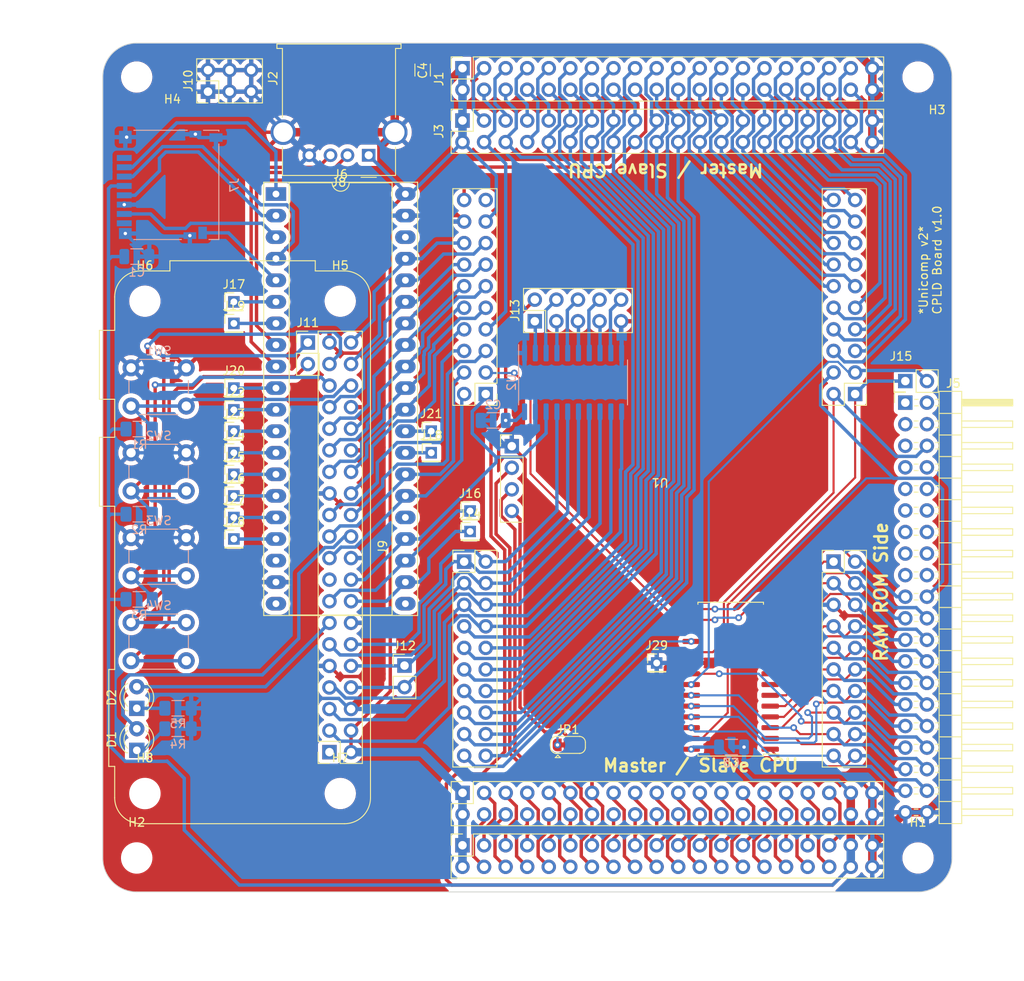
<source format=kicad_pcb>
(kicad_pcb (version 20221018) (generator pcbnew)
  (layers (0 "F.Cu" signal) (31 "B.Cu" signal) (34 "B.Paste" user) (35 "F.Paste" user) (36 "B.SilkS" user "B.Silkscreen") (37 "F.SilkS" user "F.Silkscreen") (38 "B.Mask" user) (39 "F.Mask" user) (44 "Edge.Cuts" user))
  (net 0 "")
  (net 1 "/TX3")
  (net 2 "/~{RST}")
  (net 3 "/RX3")
  (net 4 "/TX_3V")
  (net 5 "/RX_3V")
  (net 6 "GND")
  (net 7 "/D7")
  (net 8 "/D6")
  (net 9 "/D5")
  (net 10 "/D4")
  (net 11 "/D3")
  (net 12 "/D2")
  (net 13 "/D1")
  (net 14 "/D0")
  (net 15 "+5V")
  (net 16 "/A15")
  (net 17 "/A14")
  (net 18 "/A13")
  (net 19 "/A12")
  (net 20 "/A11")
  (net 21 "/A10")
  (net 22 "/A9")
  (net 23 "/A8")
  (net 24 "/A7")
  (net 25 "/A4")
  (net 26 "/A3")
  (net 27 "/A2")
  (net 28 "/A1")
  (net 29 "/A0")
  (net 30 "/PH0")
  (net 31 "/~{PH0}")
  (net 32 "/CLKF")
  (net 33 "/RES0")
  (net 34 "/RES1")
  (net 35 "/TDI")
  (net 36 "/TMS")
  (net 37 "/TCK")
  (net 38 "+3V3")
  (net 39 "/TDO")
  (net 40 "/A16")
  (net 41 "/A17")
  (net 42 "/A18")
  (net 43 "/A19")
  (net 44 "/~{MRD}")
  (net 45 "/~{MWR}")
  (net 46 "/A5")
  (net 47 "/A6")
  (net 48 "/TDRTN")
  (net 49 "/~{IORD}")
  (net 50 "/~{IOWR}")
  (net 51 "/TX2")
  (net 52 "/RX2")
  (net 53 "/CLKS")
  (net 54 "/MOSI")
  (net 55 "/SCK")
  (net 56 "/A0s")
  (net 57 "/A1s")
  (net 58 "/A2s")
  (net 59 "/A3s")
  (net 60 "/A4s")
  (net 61 "/A5s")
  (net 62 "/A6s")
  (net 63 "/A7s")
  (net 64 "/A8s")
  (net 65 "/A9s")
  (net 66 "/A10s")
  (net 67 "/A11s")
  (net 68 "/A12s")
  (net 69 "/A13s")
  (net 70 "/A14s")
  (net 71 "/A15s")
  (net 72 "/A16s")
  (net 73 "/A17s")
  (net 74 "/A18s")
  (net 75 "/A19s")
  (net 76 "/R{slash}~{W}_s")
  (net 77 "/R{slash}~{W}_e")
  (net 78 "/PHI1_e")
  (net 79 "/PHI2_e")
  (net 80 "/~{BUSFREE}")
  (net 81 "/~{RAMWE13}")
  (net 82 "/~{RAMWE12}")
  (net 83 "/~{RAMWE11}")
  (net 84 "/~{RAMWE10}")
  (net 85 "/~{RAMWE9}")
  (net 86 "/~{RAMWE8}")
  (net 87 "/~{RAMWE7}")
  (net 88 "/~{RAMWE6}")
  (net 89 "/~{RAMWE5}")
  (net 90 "/~{RAMWE4}")
  (net 91 "/~{RAMWE3}")
  (net 92 "/~{RAMWE2}")
  (net 93 "/~{RAMWE1}")
  (net 94 "/~{RAMWE0}")
  (net 95 "/~{CS_ext}")
  (net 96 "/OUT{slash}~{IN}")
  (net 98 "/uA11")
  (net 99 "/uA12")
  (net 100 "/B3")
  (net 101 "/B4")
  (net 102 "/B5")
  (net 103 "/SCL")
  (net 104 "/SDA")
  (net 105 "/VB")
  (net 106 "/~{STMRST}")
  (net 107 "/B0")
  (net 108 "/B1")
  (net 109 "/B2")
  (net 110 "/B10")
  (net 111 "/uA9")
  (net 112 "/uA10")
  (net 113 "/uA15")
  (net 114 "/B8")
  (net 115 "/B9")
  (net 116 "/C13")
  (net 117 "/C14")
  (net 118 "/C15")
  (net 119 "/~{CS_SD}")
  (net 120 "/SCK_SD")
  (net 121 "/MISO_SD")
  (net 122 "/MOSI_SD")
  (net 125 "/DET_SD")
  (net 126 "/GH")
  (net 127 "/GL")
  (net 128 "/BH")
  (net 129 "/BL")
  (net 130 "/HSYN")
  (net 131 "/VSYN#")
  (net 132 "/BL#")
  (net 133 "/HSYN#")
  (net 134 "/GL#")
  (net 135 "/BH#")
  (net 136 "/RL#")
  (net 137 "/GH#")
  (net 138 "/RH#")
  (net 141 "/GP19")
  (net 142 "/GP16")
  (net 143 "/GP26")
  (net 144 "Net-(J11-Pin_1)")
  (net 145 "Net-(J11-Pin_2)")
  (net 146 "Net-(D1-K)")
  (net 147 "/GP25")
  (net 148 "Net-(D2-K)")
  (net 149 "/GP27")
  (net 150 "/Q0")
  (net 151 "/Q2")
  (net 152 "/Q10")
  (net 153 "/3V3")
  (net 154 "/5V")
  (net 155 "/TX")
  (net 156 "/RX")
  (net 157 "/Q3")
  (net 158 "/SPDAT")
  (net 159 "/SPEN")
  (net 160 "/73")
  (net 161 "/75")
  (net 179 "/3V3_2")
  (net 180 "/Q5")
  (net 181 "/Q9")
  (net 182 "/Q6")
  (net 183 "/74")
  (net 184 "Net-(JP1-C)")
  (net 185 "/RD6")
  (footprint "Connector_PinSocket_2.54mm:PinSocket_2x20_P2.54mm_Vertical" (layer "F.Cu") (at 142.36 42.957 90)
    (fp_text reference "J1")
    (fp_text value "BUS-Master")
  )
  (footprint "Connector_USB:USB_A_Molex_67643_Horizontal" (layer "F.Cu") (at 131.318 53.213 180)
    (fp_text reference "J8")
    (fp_text value "USB_A")
  )
  (footprint "Connector_PinHeader_2.00mm:PinHeader_1x01_P2.00mm_Vertical" (layer "F.Cu") (at 115.443 70.485)
    (fp_text reference "J17")
    (fp_text value ".")
  )
  (footprint "Connector_PinHeader_2.00mm:PinHeader_1x01_P2.00mm_Vertical" (layer "F.Cu") (at 115.443 93.345)
    (fp_text reference "J26")
    (fp_text value ".")
  )
  (footprint "MountingHole:MountingHole_3.2mm_M3" (layer "F.Cu") (at 104.966691 128.409913)
    (fp_text reference "H8")
    (fp_text value "MountingHole")
  )
  (footprint "Connector_PinHeader_2.54mm:PinHeader_2x05_P2.54mm_Vertical" (layer "F.Cu") (at 150.876 72.771 90)
    (fp_text reference "J13")
    (fp_text value "Conn_02x05_Odd_Even")
  )
  (footprint "Connector_PinHeader_2.54mm:PinHeader_1x02_P2.54mm_Vertical" (layer "F.Cu") (at 124.153169 75.275648)
    (fp_text reference "J11")
    (fp_text value "Conn_01x02")
  )
  (footprint "Connector_PinHeader_2.00mm:PinHeader_1x01_P2.00mm_Vertical" (layer "F.Cu") (at 138.684 88.265)
    (fp_text reference "J18")
    (fp_text value ".")
  )
  (footprint "Connector_PinHeader_2.00mm:PinHeader_1x01_P2.00mm_Vertical" (layer "F.Cu") (at 115.443 85.725)
    (fp_text reference "J23")
    (fp_text value ".")
  )
  (footprint "Jumper:SolderJumper-3_P1.3mm_Bridged12_RoundedPad1.0x1.5mm" (layer "F.Cu") (at 154.783 122.682)
    (fp_text reference "JP1")
    (fp_text value "Jumper_3_Bridged12")
  )
  (footprint "Connector_PinHeader_2.00mm:PinHeader_1x01_P2.00mm_Vertical" (layer "F.Cu") (at 143.256 95.123)
    (fp_text reference "J16")
    (fp_text value ".")
  )
  (footprint "Connector_PinHeader_2.00mm:PinHeader_1x01_P2.00mm_Vertical" (layer "F.Cu") (at 165.227 113.03)
    (fp_text reference "J29")
    (fp_text value ".")
  )
  (footprint "MountingHole:MountingHole_3.2mm_M3" (layer "F.Cu") (at 196 136)
    (fp_text reference "H1")
    (fp_text value "MountingHole")
  )
  (footprint "Package_DIP:DIP-40_W15.24mm_Socket_LongPads" (layer "F.Cu") (at 120.396 57.785)
    (fp_text reference "J6")
    (fp_text value "STM32F401")
  )
  (footprint "Module:Raspberry_Pi_Zero_Socketed_THT_FaceDown_MountingHoles" (layer "F.Cu") (at 126.698 123.534 180)
    (fp_text reference "J9")
    (fp_text value "Raspberry_Pi_2_3")
  )
  (footprint "Connector_PinHeader_2.00mm:PinHeader_1x01_P2.00mm_Vertical" (layer "F.Cu") (at 115.444001 98.425)
    (fp_text reference "J28")
    (fp_text value ".")
  )
  (footprint "Connector_PinHeader_2.00mm:PinHeader_1x01_P2.00mm_Vertical" (layer "F.Cu") (at 115.443 88.265)
    (fp_text reference "J24")
    (fp_text value ".")
  )
  (footprint "Connector_PinSocket_2.54mm:PinSocket_2x20_P2.54mm_Vertical" (layer "F.Cu") (at 142.36 134.503 90)
    (fp_text reference "J2")
    (fp_text value "BUS-Master")
  )
  (footprint "Connector_PinHeader_2.54mm:PinHeader_2x20_P2.54mm_Horizontal" (layer "F.Cu") (at 194.503 82.36)
    (fp_text reference "J5")
    (fp_text value "BUS-Angled")
  )
  (footprint "MountingHole:MountingHole_3.2mm_M3" (layer "F.Cu") (at 127.966715 70.403307)
    (fp_text reference "H5")
    (fp_text value "MountingHole")
  )
  (footprint "Connector_PinHeader_2.00mm:PinHeader_1x01_P2.00mm_Vertical" (layer "F.Cu") (at 115.443 95.885)
    (fp_text reference "J27")
    (fp_text value ".")
  )
  (footprint "MountingHole:MountingHole_3.2mm_M3" (layer "F.Cu") (at 127.96754 128.405749)
    (fp_text reference "H7")
    (fp_text value "MountingHole")
  )
  (footprint "Capacitor_SMD:C_1206_3216Metric" (layer "F.Cu") (at 137.668 43.18 90)
    (fp_text reference "C4")
    (fp_text value "100n")
  )
  (footprint "MountingHole:MountingHole_3.2mm_M3" (layer "F.Cu") (at 196 44)
    (fp_text reference "H3")
    (fp_text value "MountingHole")
  )
  (footprint "Connector_PinHeader_2.00mm:PinHeader_1x01_P2.00mm_Vertical" (layer "F.Cu") (at 115.443 83.213)
    (fp_text reference "J22")
    (fp_text value ".")
  )
  (footprint "Connector_PinSocket_2.54mm:PinSocket_2x20_P2.54mm_Vertical" (layer "F.Cu") (at 142.36913 128.328879 90)
    (fp_text reference "J4" hide)
    (fp_text value "BUS-Master-BO")
  )
  (footprint "LED_THT:LED_D3.0mm" (layer "F.Cu") (at 104.013 118.369 90)
    (fp_text reference "D2")
    (fp_text value "RED")
  )
  (footprint "Connector_PinHeader_2.54mm:PinHeader_1x02_P2.54mm_Vertical" (layer "F.Cu") (at 135.5344 113.3348)
    (fp_text reference "J12")
    (fp_text value "RX_TX")
  )
  (footprint "Connector_PinHeader_2.00mm:PinHeader_1x01_P2.00mm_Vertical" (layer "F.Cu") (at 115.443 73.025)
    (fp_text reference "J19")
    (fp_text value ".")
  )
  (footprint "Connector_PinHeader_2.00mm:PinHeader_1x01_P2.00mm_Vertical" (layer "F.Cu") (at 143.256 97.536)
    (fp_text reference "J14")
    (fp_text value ".")
  )
  (footprint "Connector_PinHeader_2.54mm:PinHeader_1x02_P2.54mm_Vertical" (layer "F.Cu") (at 194.505197 79.819841 90)
    (fp_text reference "J15")
    (fp_text value "Conn_01x02")
  )
  (footprint "my_own:ebay-MAX_II_board" (layer "F.Cu") (at 165.626153 91.279777 180)
    (fp_text reference "U1")
    (fp_text value "ebay MAX II board")
  )
  (footprint "LED_THT:LED_D3.0mm" (layer "F.Cu") (at 104.013 123.317 90)
    (fp_text reference "D1")
    (fp_text value "RED")
  )
  (footprint "Package_SO:SOIC-28W_7.5x17.9mm_P1.27mm" (layer "F.Cu") (at 173.941 114.935 180)
    (fp_text reference "U3")
    (fp_text value "IS61LV256AL-10JL")
  )
  (footprint "MountingHole:MountingHole_3.2mm_M3" (layer "F.Cu") (at 104.965464 70.404964)
    (fp_text reference "H6")
    (fp_text value "MountingHole")
  )
  (footprint "MountingHole:MountingHole_3.2mm_M3" (layer "F.Cu") (at 104 44)
    (fp_text reference "H4")
    (fp_text value "MountingHole")
  )
  (footprint "MountingHole:MountingHole_3.2mm_M3" (layer "F.Cu") (at 104 136)
    (fp_text reference "H2")
    (fp_text value "MountingHole")
  )
  (footprint "Connector_PinHeader_2.54mm:PinHeader_2x03_P2.54mm_Vertical" (layer "F.Cu") (at 112.395 45.72 90)
    (fp_text reference "J10")
    (fp_text value "GND")
  )
  (footprint "Connector_PinHeader_2.00mm:PinHeader_1x01_P2.00mm_Vertical" (layer "F.Cu") (at 115.443 90.805)
    (fp_text reference "J25")
    (fp_text value ".")
  )
  (footprint "Connector_PinHeader_2.00mm:PinHeader_1x01_P2.00mm_Vertical" (layer "F.Cu") (at 115.443 80.645)
    (fp_text reference "J20")
    (fp_text value ".")
  )
  (footprint "Connector_PinSocket_2.54mm:PinSocket_2x20_P2.54mm_Vertical" (layer "F.Cu") (at 142.360397 49.123807 90)
    (fp_text reference "J3")
    (fp_text value "BUS-Master-BO")
  )
  (footprint "Connector_PinHeader_2.00mm:PinHeader_1x01_P2.00mm_Vertical" (layer "F.Cu") (at 138.684 85.725)
    (fp_text reference locked "J21")
    (fp_text value ".")
  )
  (footprint "Resistor_SMD:R_1206_3216Metric_Pad1.30x1.75mm_HandSolder" (layer "B.Cu") (at 104.293 85.471)
    (fp_text reference "R1")
    (fp_text value "10k")
  )
  (footprint "Button_Switch_THT:SW_PUSH_6mm_H4.3mm" (layer "B.Cu") (at 109.836 88.263 180)
    (fp_text reference "SW2")
    (fp_text value "SW_Push")
  )
  (footprint "Package_SO:SO-20_5.3x12.6mm_P1.27mm" (layer "B.Cu") (at 155.382 79.9765 -90)
    (fp_text reference "U2")
    (fp_text value "74HC245")
  )
  (footprint "Button_Switch_THT:SW_PUSH_6mm_H4.3mm" (layer "B.Cu") (at 109.836 108.263 180)
    (fp_text reference "SW4")
    (fp_text value "SW_Push")
  )
  (footprint "Resistor_SMD:R_1206_3216Metric_Pad1.30x1.75mm_HandSolder" (layer "B.Cu") (at 108.865 120.777)
    (fp_text reference "R4")
    (fp_text value "220E")
  )
  (footprint "Capacitor_SMD:C_1206_3216Metric" (layer "B.Cu") (at 145.972 84.455 180)
    (fp_text reference "C2")
    (fp_text value "100n")
  )
  (footprint "Connector_Card:microSD_HC_Hirose_DM3D-SF" (layer "B.Cu") (at 107.885 56.707 90)
    (fp_text reference "J7")
    (fp_text value "Micro_SD_Card_Det2")
  )
  (footprint "Button_Switch_THT:SW_PUSH_6mm_H4.3mm" (layer "B.Cu") (at 109.836 78.263 180)
    (fp_text reference "SW1")
    (fp_text value "SW_Push")
  )
  (footprint "Resistor_SMD:R_1206_3216Metric_Pad1.30x1.75mm_HandSolder" (layer "B.Cu") (at 104.293 95.504)
    (fp_text reference "R2")
    (fp_text value "10k")
  )
  (footprint "Button_Switch_THT:SW_PUSH_6mm_H4.3mm" (layer "B.Cu") (at 109.836 98.263 180)
    (fp_text reference "SW3")
    (fp_text value "SW_Push")
  )
  (footprint "Resistor_SMD:R_1206_3216Metric_Pad1.30x1.75mm_HandSolder" (layer "B.Cu") (at 108.865 118.364)
    (fp_text reference "R5")
    (fp_text value "220E")
  )
  (footprint "Capacitor_SMD:C_1206_3216Metric" (layer "B.Cu") (at 174.039 122.936)
    (fp_text reference "C3")
    (fp_text value "100n")
  )
  (footprint "Resistor_SMD:R_1206_3216Metric_Pad1.30x1.75mm_HandSolder" (layer "B.Cu") (at 104.293 105.537)
    (fp_text reference "R3")
    (fp_text value "10k")
  )
  (footprint "Capacitor_SMD:C_1206_3216Metric" (layer "B.Cu") (at 104.013 65.151)
    (fp_text reference "C1")
    (fp_text value "100n")
  )
  (gr_line (start 100 44) (end 100 136) (stroke (width 0.1)) (layer "Edge.Cuts"))
  (gr_arc (start 100 44) (mid 101.171571 41.17157) (end 104 40) (stroke (width 0.1)) (layer "Edge.Cuts"))
  (gr_arc (start 196 40) (mid 198.828425 41.171573) (end 200 44) (stroke (width 0.1)) (layer "Edge.Cuts"))
  (gr_arc (start 200 136) (mid 198.828425 138.828424) (end 196 140) (stroke (width 0.1)) (layer "Edge.Cuts"))
  (gr_line (start 200 136) (end 200 44) (stroke (width 0.1)) (layer "Edge.Cuts"))
  (gr_line (start 196 40) (end 104 40) (stroke (width 0.1)) (layer "Edge.Cuts"))
  (gr_arc (start 104 140) (mid 101.171571 138.828427) (end 100 136) (stroke (width 0.1)) (layer "Edge.Cuts"))
  (gr_line (start 196 140) (end 104 140) (stroke (width 0.1)) (layer "Edge.Cuts"))
  (gr_text "Master / Slave CPU" (at 177.927 54.102 180) (layer "F.SilkS") (effects (font (size 1.5 1.5) (thickness 0.3) bold) (justify left bottom)))
  (gr_text "*Unicomp v2*\nCPLD Board v1.0" (at 197.45 72.06 90) (layer "F.SilkS") (effects (font (size 1 1)) (justify left)))
  (gr_text "RAM ROM Side\n" (at 192.532 113.03 90) (layer "F.SilkS") (effects (font (size 1.5 1.5) (thickness 0.3) bold) (justify left bottom)))
  (gr_text "Master / Slave CPU" (at 158.75 125.984) (layer "F.SilkS") (effects (font (size 1.5 1.5) (thickness 0.3) bold) (justify left bottom)))
  (segment (start 148.69913 129.90313) (end 147.44913 128.65313) (width 0.4) (layer "F.Cu") (net 1))
  (segment (start 147.44 132.685776) (end 148.69913 131.426646) (width 0.4) (layer "F.Cu") (net 1))
  (segment (start 148.69913 131.426646) (end 148.69913 129.90313) (width 0.4) (layer "F.Cu") (net 1))
  (segment (start 147.44 134.503) (end 147.44 132.685776) (width 0.4) (layer "F.Cu") (net 1))
  (segment (start 143.764 54.61) (end 142.555 55.819) (width 0.4) (layer "F.Cu") (net 2))
  (segment (start 163.930397 46.747397) (end 163.930397 50.413807) (width 0.4) (layer "F.Cu") (net 2))
  (segment (start 159.734204 54.61) (end 143.764 54.61) (width 0.4) (layer "F.Cu") (net 2))
  (segment (start 163.930397 50.413807) (end 162.680397 51.663807) (width 0.4) (layer "F.Cu") (net 2))
  (segment (start 142.555 55.819) (end 142.555 58.482) (width 0.4) (layer "F.Cu") (net 2))
  (segment (start 162.68 45.497) (end 163.930397 46.747397) (width 0.4) (layer "F.Cu") (net 2))
  (segment (start 162.680397 51.663807) (end 159.734204 54.61) (width 0.4) (layer "F.Cu") (net 2))
  (segment (start 146.19 135.793) (end 147.44 137.043) (width 0.4) (layer "F.Cu") (net 3))
  (segment (start 147.44913 130.945174) (end 146.19 132.204304) (width 0.4) (layer "F.Cu") (net 3))
  (segment (start 146.19 132.204304) (end 146.19 135.793) (width 0.4) (layer "F.Cu") (net 3))
  (segment (start 147.44913 130.868879) (end 147.44913 130.945174) (width 0.4) (layer "F.Cu") (net 3))
  (segment (start 149.98913 130.868879) (end 149.98913 132.07096) (width 0.4) (layer "F.Cu") (net 4))
  (segment (start 149.98913 132.07096) (end 148.73 133.33009) (width 0.4) (layer "F.Cu") (net 4))
  (segment (start 148.73 133.33009) (end 148.73 135.793) (width 0.4) (layer "F.Cu") (net 4))
  (segment (start 148.73 135.793) (end 149.98 137.043) (width 0.4) (layer "F.Cu") (net 4))
  (segment (start 151.27 135.793) (end 152.52 137.043) (width 0.4) (layer "F.Cu") (net 5))
  (segment (start 151.27 133.985233) (end 151.27 135.793) (width 0.4) (layer "F.Cu") (net 5))
  (segment (start 152.52913 130.868879) (end 152.52913 132.726103) (width 0.4) (layer "F.Cu") (net 5))
  (segment (start 152.52913 132.726103) (end 151.27 133.985233) (width 0.4) (layer "F.Cu") (net 5))
  (segment (start 166.243 125.857) (end 165.862 126.238) (width 0.4) (layer "F.Cu") (net 6))
  (segment (start 110.91 50.732) (end 110.91 62.032) (width 0.4) (layer "F.Cu") (net 6))
  (segment (start 178.816 126.238) (end 175.514 122.936) (width 0.4) (layer "F.Cu") (net 6))
  (segment (start 132.818 114.3) (end 132.818 114.874) (width 1) (layer "F.Cu") (net 6))
  (segment (start 186.055 106.172) (end 187.345 107.462) (width 0.4) (layer "F.Cu") (net 6))
  (segment (start 110.91 62.032) (end 110.26 62.682) (width 0.4) (layer "F.Cu") (net 6))
  (segment (start 174.117 121.539) (end 175.514 122.936) (width 0.4) (layer "F.Cu") (net 6))
  (segment (start 134.388 50.503) (end 132.818 52.073) (width 1) (layer "F.Cu") (net 6))
  (segment (start 132.113 76.524) (end 132.818 75.819) (width 0.4) (layer "F.Cu") (net 6))
  (segment (start 169.291 113.03) (end 167.259 113.03) (width 0.4) (layer "F.Cu") (net 6))
  (segment (start 197.043 130.62) (end 199.497 128.166) (width 1) (layer "F.Cu") (net 6))
  (segment (start 131.819 94.344) (end 132.818 93.345) (width 0.4) (layer "F.Cu") (net 6))
  (segment (start 189.123 107.462) (end 190.62913 108.96813) (width 0.4) (layer "F.Cu") (net 6))
  (segment (start 187.345 107.462) (end 189.123 107.462) (width 0.4) (layer "F.Cu") (net 6))
  (segment (start 132.818 87.63) (end 132.818 93.345) (width 1) (layer "F.Cu") (net 6))
  (segment (start 132.818 114.874) (end 129.238 118.454) (width 1) (layer "F.Cu") (net 6))
  (segment (start 155.829 120.523) (end 161.544 126.238) (width 0.4) (layer "F.Cu") (net 6))
  (segment (start 102.66 59.157) (end 102.535 59.032) (width 0.4) (layer "F.Cu") (net 6))
  (segment (start 190.62 45.497) (end 190.62 51.66341) (width 1) (layer "F.Cu") (net 6))
  (segment (start 126.698 113.374) (end 127.948 114.624) (width 0.4) (layer "F.Cu") (net 6))
  (segment (start 111.139 50.503) (end 110.91 50.732) (width 0.4) (layer "F.Cu") (net 6))
  (segment (start 166.243 113.538) (end 166.243 125.857) (width 0.4) (layer "F.Cu") (net 6))
  (segment (start 129.238 82.894) (end 132.093 82.894) (width 0.4) (layer "F.Cu") (net 6))
  (segment (start 135.636 60.325) (end 141.858 60.325) (width 0.4) (layer "F.Cu") (net 6))
  (segment (start 102.66 62.432) (end 102.66 59.157) (width 0.4) (layer "F.Cu") (net 6))
  (segment (start 188.538251 126.238) (end 190.62913 128.328879) (width 0.4) (layer "F.Cu") (net 6))
  (segment (start 190.62 42.957) (end 190.62 45.497) (width 1) (layer "F.Cu") (net 6))
  (segment (start 110.771 50.593) (end 110.91 50.732) (width 0.4) (layer "F.Cu") (net 6))
  (segment (start 126.698 93.054) (end 127.988 94.344) (width 0.4) (layer "F.Cu") (net 6))
  (segment (start 167.259 113.03) (end 165.227 113.03) (width 0.4) (layer "F.Cu") (net 6))
  (segment (start 134.388 44.985) (end 134.388 50.503) (width 1) (layer "F.Cu") (net 6))
  (segment (start 178.058183 106.68) (end 174.117 110.621183) (width 0.4) (layer "F.Cu") (net 6))
  (segment (start 199.497 54.374) (end 190.62 45.497) (width 1) (layer "F.Cu") (net 6))
  (segment (start 140.208 58.675) (end 142.555 61.022) (width 0.4) (layer "F.Cu") (net 6))
  (segment (start 134.388 50.503) (end 121.248 50.503) (width 1) (layer "F.Cu") (net 6))
  (segment (start 132.093 82.894) (end 132.818 82.169) (width 0.4) (layer "F.Cu") (net 6))
  (segment (start 190.62 42.957) (end 188.557 40.894) (width 1) (layer "F.Cu") (net 6))
  (segment (start 143.002 47.244) (end 140.589 47.244) (width 0.4) (layer "F.Cu") (net 6))
  (segment (start 132.818 93.345) (end 132.818 99.822) (width 1) (layer "F.Cu") (net 6))
  (segment (start 166.751 113.03) (end 166.243 113.538) (width 0.4) (layer "F.Cu") (net 6))
  (segment (start 132.818 107.823) (end 132.818 114.3) (width 1) (layer "F.Cu") (net 6))
  (segment (start 143.610397 46.635603) (end 143.002 47.244) (width 0.4) (layer "F.Cu") (net 6))
  (segment (start 141.858 60.325) (end 142.555 61.022) (width 0.4) (layer "F.Cu") (net 6))
  (segment (start 132.818 52.073) (end 132.818 75.819) (width 1) (layer "F.Cu") (net 6))
  (segment (start 110.91 50.732) (end 103.165 50.732) (width 0.4) (layer "F.Cu") (net 6))
  (segment (start 152.273 120.523) (end 155.829 120.523) (width 0.4) (layer "F.Cu") (net 6))
  (segment (start 132.818 75.819) (end 132.818 82.169) (width 1) (layer "F.Cu") (net 6))
  (segment (start 190.62 134.503) (end 194.503 130.62) (width 1) (layer "F.Cu") (net 6))
  (segment (start 174.117 110.621183) (end 174.117 121.539) (width 0.4) (layer "F.Cu") (net 6))
  (segment (start 126.698 75.274) (end 127.948 76.524) (width 0.4) (layer "F.Cu") (net 6))
  (segment (start 140.589 47.244) (end 140.208 47.625) (width 0.4) (layer "F.Cu") (net 6))
  (segment (start 199.497 128.166) (end 199.497 54.374) (width 1) (layer "F.Cu") (net 6))
  (segment (start 140.208 47.625) (end 140.208 58.675) (width 0.4) (layer "F.Cu") (net 6))
  (segment (start 143.610397 41.174603) (end 143.610397 46.635603) (width 0.4) (layer "F.Cu") (net 6))
  (segment (start 179.836183 126.238) (end 178.816 126.238) (width 0.4) (layer "F.Cu") (net 6))
  (segment (start 129.238 108.294) (end 132.347 108.294) (width 0.4) (layer "F.Cu") (net 6))
  (segment (start 179.836183 126.238) (end 188.538251 126.238) (width 0.4) (layer "F.Cu") (net 6))
  (segment (start 178.591 106.68) (end 178.058183 106.68) (width 0.4) (layer "F.Cu") (net 6))
  (segment (start 138.479 40.894) (end 137.668 41.705) (width 1) (layer "F.Cu") (net 6))
  (segment (start 190.62 134.503) (end 190.62 128.338009) (width 1) (layer "F.Cu") (net 6))
  (segment (start 110.26 62.682) (end 102.91 62.682) (width 0.4) (layer "F.Cu") (net 6))
  (segment (start 161.544 126.238) (end 165.862 126.238) (width 0.4) (layer "F.Cu") (net 6))
  (segment (start 127.948 114.624) (end 132.494 114.624) (width 0.4) (layer "F.Cu") (net 6))
  (segment (start 148.167211 87.490101) (end 149.733 89.05589) (width 0.4) (layer "F.Cu") (net 6))
  (segment (start 194.503 130.62) (end 197.043 130.62) (width 1) (layer "F.Cu") (net 6))
  (segment (start 143.891 40.894) (end 138.479 40.894) (width 1) (layer "F.Cu") (net 6))
  (segment (start 132.347 108.294) (end 132.818 107.823) (width 0.4) (layer "F.Cu") (net 6))
  (segment (start 127.948 76.524) (end 132.113 76.524) (width 0.4) (layer "F.Cu") (net 6))
  (segment (start 129.238 100.674) (end 131.966 100.674) (width 0.4) (layer "F.Cu") (net 6))
  (segment (start 102.91 62.682) (end 102.66 62.432) (width 0.4) (layer "F.Cu") (net 6))
  (segment (start 190.62913 108.96813) (end 190.62913 128.328879) (width 0.4) (layer "F.Cu") (net 6))
  (segment (start 137.668 41.705) (end 134.388 44.985) (width 1) (layer "F.Cu") (net 6))
  (segment (start 121.248 50.503) (end 111.139 50.503) (width 0.4) (layer "F.Cu") (net 6))
  (segment (start 167.259 113.03) (end 166.751 113.03) (width 0.4) (layer "F.Cu") (net 6))
  (segment (start 131.966 100.674) (end 132.818 99.822) (width 0.4) (layer "F.Cu") (net 6))
  (segment (start 143.891 40.894) (end 143.610397 41.174603) (width 0.4) (layer "F.Cu") (net 6))
  (segment (start 132.818 82.169) (end 132.818 87.63) (width 1) (layer "F.Cu") (net 6))
  (segment (start 132.494 114.624) (end 132.818 114.3) (width 0.4) (layer "F.Cu") (net 6))
  (segment (start 190.62 134.503) (end 190.62 137.043) (width 1) (layer "F.Cu") (net 6))
  (segment (start 165.862 126.238) (end 178.816 126.238) (width 0.4) (layer "F.Cu") (net 6))
  (segment (start 127.988 94.344) (end 131.819 94.344) (width 0.4) (layer "F.Cu") (net 6))
  (segment (start 103.165 50.732) (end 102.815 51.082) (width 0.4) (layer "F.Cu") (net 6))
  (segment (start 149.733 117.983) (end 152.273 120.523) (width 0.4) (layer "F.Cu") (net 6))
  (segment (start 132.474 87.974) (end 132.818 87.63) (width 0.4) (layer "F.Cu") (net 6))
  (segment (start 132.818 99.822) (end 132.818 107.823) (width 1) (layer "F.Cu") (net 6))
  (segment (start 188.557 40.894) (end 143.891 40.894) (width 1) (layer "F.Cu") (net 6))
  (segment (start 129.238 87.974) (end 132.474 87.974) (width 0.4) (layer "F.Cu") (net 6))
  (segment (start 149.733 89.05589) (end 149.733 117.983) (width 0.4) (layer "F.Cu") (net 6))
  (via (at 102.815 51.082) (size 0.8) (drill 0.4) (layers "F.Cu" "B.Cu") (net 6))
  (via (at 175.514 122.936) (size 0.8) (drill 0.4) (layers "F.Cu" "B.Cu") (net 6))
  (via (at 102.66 62.432) (size 0.8) (drill 0.4) (layers "F.Cu" "B.Cu") (net 6))
  (via (at 110.26 62.682) (size 0.8) (drill 0.4) (layers "F.Cu" "B.Cu") (net 6))
  (via (at 110.91 50.732) (size 0.8) (drill 0.4) (layers "F.Cu" "B.Cu") (net 6))
  (via (at 102.535 59.032) (size 0.8) (drill 0.4) (layers "F.Cu" "B.Cu") (net 6))
  (segment (start 147.164 81.788) (end 150.937 81.788) (width 0.4) (layer "B.Cu") (net 6))
  (segment (start 150.937 81.788) (end 150.937 80.518) (width 0.4) (layer "B.Cu") (net 6))
  (segment (start 148.167211 87.490101) (end 147.532101 87.490101) (width 0.4) (layer "B.Cu") (net 6))
  (segment (start 103.336 98.263) (end 109.836 98.263) (width 0.4) (layer "B.Cu") (net 6))
  (segment (start 129.035472 118.454) (end 129.238 118.454) (width 0.4) (layer "B.Cu") (net 6))
  (segment (start 149.667 79.248) (end 149.667 76.514) (width 0.4) (layer "B.Cu") (net 6))
  (segment (start 114.935 43.18) (end 114.935 45.72) (width 0.4) (layer "B.Cu") (net 6))
  (segment (start 161.097 79.502) (end 160.081 80.518) (width 0.4) (layer "B.Cu") (net 6))
  (segment (start 111.31 51.132) (end 110.91 50.732) (width 0.4) (layer "B.Cu") (net 6))
  (segment (start 117.475 45.72) (end 117.475 43.18) (width 0.4) (layer "B.Cu") (net 6))
  (segment (start 110.415 118.364) (end 110.415 120.777) (width 0.4) (layer "B.Cu") (net 6))
  (segment (start 144.497 84.455) (end 147.164 81.788) (width 0.4) (layer "B.Cu") (net 6))
  (segment (start 161.097 76.514) (end 161.097 72.832) (width 0.4) (layer "B.Cu") (net 6))
  (segment (start 112.395 43.18) (end 117.475 43.18) (width 0.4) (layer "B.Cu") (net 6))
  (segment (start 117.475 45.72) (end 121.248 49.493) (width 0.4) (layer "B.Cu") (net 6))
  (segment (start 105.379 65.151) (end 102.66 62.432) (width 0.4) (layer "B.Cu") (net 6))
  (segment (start 150.937 80.518) (end 149.667 79.248) (width 0.4) (layer "B.Cu") (net 6))
  (segment (start 121.608 50.503) (end 121.248 50.503) (width 0.4) (layer "B.Cu") (net 6))
  (segment (start 121.248 49.493) (end 121.248 50.503) (width 0.4) (layer "B.Cu") (net 6))
  (segment (start 161.097 76.514) (end 161.097 79.502) (width 0.4) (layer "B.Cu") (net 6))
  (segment (start 127.785472 117.204) (end 129.035472 118.454) (width 0.4) (layer "B.Cu") (net 6))
  (segment (start 103.336 88.263) (end 109.836 88.263) (width 0.4) (layer "B.Cu") (net 6))
  (segment (start 111.575 117.204) (end 127.785472 117.204) (width 0.4) (layer "B.Cu") (net 6))
  (segment (start 147.532101 87.490101) (end 144.497 84.455) (width 0.4) (layer "B.Cu") (net 6))
  (segment (start 161.097 72.832) (end 161.036 72.771) (width 0.4) (layer "B.Cu") (net 6))
  (segment (start 110.415 118.364) (end 111.575 117.204) (width 0.4) (layer "B.Cu") (net 6))
  (segment (start 113.335 51.132) (end 111.31 51.132) (width 0.4) (layer "B.Cu") (net 6))
  (segment (start 112.395 45.72) (end 117.475 45.72) (width 0.4) (layer "B.Cu") (net 6))
  (segment (start 150.937 83.439) (end 150.937 81.788) (width 0.4) (layer "B.Cu") (net 6))
  (segment (start 105.488 65.151) (end 105.379 65.151) (width 0.4) (layer "B.Cu") (net 6))
  (segment (start 160.081 80.518) (end 150.937 80.518) (width 0.4) (layer "B.Cu") (net 6))
  (segment (start 103.336 78.263) (end 109.836 78.263) (width 0.4) (layer "B.Cu") (net 6))
  (segment (start 124.318 53.213) (end 121.608 50.503) (width 0.4) (layer "B.Cu") (net 6))
  (segment (start 112.395 43.18) (end 112.395 45.72) (width 0.4) (layer "B.Cu") (net 6))
  (segment (start 162.680397 47.265164) (end 161.43 46.014767) (width 0.4) (layer "B.Cu") (net 7))
  (segment (start 167.233 61.471304) (end 167.233 91.647426) (width 0.4) (layer "B.Cu") (net 7))
  (segment (start 167.233 91.647426) (end 166.366 92.514426) (width 0.4) (layer "B.Cu") (net 7))
  (segment (start 166.366 102.579528) (end 148.783528 120.162) (width 0.4) (layer "B.Cu") (net 7))
  (segment (start 161.430397 55.668701) (end 167.233 61.471304) (width 0.4) (layer "B.Cu") (net 7))
  (segment (start 143.845 120.162) (end 142.555 118.872) (width 0.4) (layer "B.Cu") (net 7))
  (segment (start 161.43 46.014767) (end 161.43 44.207) (width 0.4) (layer "B.Cu") (net 7))
  (segment (start 161.430397 51.14604) (end 161.430397 55.668701) (width 0.4) (layer "B.Cu") (net 7))
  (segment (start 162.680397 49.123807) (end 162.680397 47.265164) (width 0.4) (layer "B.Cu") (net 7))
  (segment (start 162.680397 49.89604) (end 161.430397 51.14604) (width 0.4) (layer "B.Cu") (net 7))
  (segment (start 166.366 92.514426) (end 166.366 102.579528) (width 0.4) (layer "B.Cu") (net 7))
  (segment (start 161.43 44.207) (end 162.68 42.957) (width 0.4) (layer "B.Cu") (net 7))
  (segment (start 148.783528 120.162) (end 143.845 120.162) (width 0.4) (layer "B.Cu") (net 7))
  (segment (start 162.680397 49.123807) (end 162.680397 49.89604) (width 0.4) (layer "B.Cu") (net 7))
  (segment (start 160.14 45.573295) (end 161.390397 46.823692) (width 0.4) (layer "B.Cu") (net 8))
  (segment (start 165.766 92.265898) (end 166.633 91.398898) (width 0.4) (layer "B.Cu") (net 8))
  (segment (start 166.633 61.719832) (end 160.140397 55.227229) (width 0.4) (layer "B.Cu") (net 8))
  (segment (start 161.390397 49.641574) (end 160.140397 50.891574) (width 0.4) (layer "B.Cu") (net 8))
  (segment (start 166.633 91.398898) (end 166.633 61.719832) (width 0.4) (layer "B.Cu") (net 8))
  (segment (start 160.140397 50.891574) (end 160.140397 51.663807) (width 0.4) (layer "B.Cu") (net 8))
  (segment (start 160.140397 55.227229) (end 160.140397 51.663807) (width 0.4) (layer "B.Cu") (net 8))
  (segment (start 161.390397 46.823692) (end 161.390397 49.641574) (width 0.4) (layer "B.Cu") (net 8))
  (segment (start 165.766 102.331) (end 165.766 92.265898) (width 0.4) (layer "B.Cu") (net 8))
  (segment (start 145.095 118.872) (end 149.225 118.872) (width 0.4) (layer "B.Cu") (net 8))
  (segment (start 149.225 118.872) (end 165.766 102.331) (width 0.4) (layer "B.Cu") (net 8))
  (segment (start 160.140397 49.89604) (end 158.890397 51.14604) (width 0.4) (layer "B.Cu") (net 9))
  (segment (start 158.89 46.014767) (end 158.89 44.207) (width 0.4) (layer "B.Cu") (net 9))
  (segment (start 158.890397 51.14604) (end 158.890397 54.825757) (width 0.4) (layer "B.Cu") (net 9))
  (segment (start 166.033 61.96836) (end 166.033 91.15037) (width 0.4) (layer "B.Cu") (net 9))
  (segment (start 160.140397 47.265164) (end 158.89 46.014767) (width 0.4) (layer "B.Cu") (net 9))
  (segment (start 160.140397 49.123807) (end 160.140397 47.265164) (width 0.4) (layer "B.Cu") (net 9))
  (segment (start 158.89 44.207) (end 160.14 42.957) (width 0.4) (layer "B.Cu") (net 9))
  (segment (start 166.033 91.15037) (end 165.166 92.01737) (width 0.4) (layer "B.Cu") (net 9))
  (segment (start 158.890397 54.825757) (end 166.033 61.96836) (width 0.4) (layer "B.Cu") (net 9))
  (segment (start 160.140397 49.123807) (end 160.140397 49.89604) (width 0.4) (layer "B.Cu") (net 9))
  (segment (start 143.825 117.602) (end 142.555 116.332) (width 0.4) (layer "B.Cu") (net 9))
  (segment (start 147.712168 117.602) (end 143.825 117.602) (width 0.4) (layer "B.Cu") (net 9))
  (segment (start 165.166 100.148168) (end 147.712168 117.602) (width 0.4) (layer "B.Cu") (net 9))
  (segment (start 165.166 92.01737) (end 165.166 100.148168) (width 0.4) (layer "B.Cu") (net 9))
  (segment (start 157.6 45.573295) (end 158.850397 46.823692) (width 0.4) (layer "B.Cu") (net 10))
  (segment (start 157.600397 54.384285) (end 165.433 62.216888) (width 0.4) (layer "B.Cu") (net 10))
  (segment (start 158.850397 50.337512) (end 157.600397 51.587512) (width 0.4) (layer "B.Cu") (net 10))
  (segment (start 164.566 91.768842) (end 164.566 99.89964) (width 0.4) (layer "B.Cu") (net 10))
  (segment (start 157.600397 51.587512) (end 157.600397 51.663807) (width 0.4) (layer "B.Cu") (net 10))
  (segment (start 148.13364 116.332) (end 145.095 116.332) (width 0.4) (layer "B.Cu") (net 10))
  (segment (start 164.566 99.89964) (end 148.13364 116.332) (width 0.4) (layer "B.Cu") (net 10))
  (segment (start 165.433 90.901842) (end 164.566 91.768842) (width 0.4) (layer "B.Cu") (net 10))
  (segment (start 157.600397 51.663807) (end 157.600397 54.384285) (width 0.4) (layer "B.Cu") (net 10))
  (segment (start 158.850397 46.823692) (end 158.850397 50.337512) (width 0.4) (layer "B.Cu") (net 10))
  (segment (start 165.433 62.216888) (end 165.433 90.901842) (width 0.4) (layer "B.Cu") (net 10))
  (segment (start 163.966 99.651112) (end 163.966 91.520314) (width 0.4) (layer "B.Cu") (net 11))
  (segment (start 157.600397 49.123807) (end 157.600397 47.265164) (width 0.4) (layer "B.Cu") (net 11))
  (segment (start 163.966 91.520314) (end 164.833 90.653314) (width 0.4) (layer "B.Cu") (net 11))
  (segment (start 143.805 115.042) (end 148.575112 115.042) (width 0.4) (layer "B.Cu") (net 11))
  (segment (start 148.575112 115.042) (end 163.966 99.651112) (width 0.4) (layer "B.Cu") (net 11))
  (segment (start 156.337 53.969416) (end 156.337 50.463499) (width 0.4) (layer "B.Cu") (net 11))
  (segment (start 156.337 50.463499) (end 157.600397 49.200102) (width 0.4) (layer "B.Cu") (net 11))
  (segment (start 157.600397 47.265164) (end 156.31 45.974767) (width 0.4) (layer "B.Cu") (net 11))
  (segment (start 164.833 90.653314) (end 164.833 62.465416) (width 0.4) (layer "B.Cu") (net 11))
  (segment (start 142.555 113.792) (end 143.805 115.042) (width 0.4) (layer "B.Cu") (net 11))
  (segment (start 157.600397 49.200102) (end 157.600397 49.123807) (width 0.4) (layer "B.Cu") (net 11))
  (segment (start 156.31 45.974767) (end 156.31 44.247) (width 0.4) (layer "B.Cu") (net 11))
  (segment (start 164.833 62.465416) (end 156.337 53.969416) (width 0.4) (layer "B.Cu") (net 11))
  (segment (start 156.31 44.247) (end 157.6 42.957) (width 0.4) (layer "B.Cu") (net 11))
  (segment (start 163.366 99.402584) (end 148.976584 113.792) (width 0.4) (layer "B.Cu") (net 12))
  (segment (start 156.310397 46.823692) (end 156.310397 49.641574) (width 0.4) (layer "B.Cu") (net 12))
  (segment (start 155.737 50.214971) (end 155.737 50.424472) (width 0.4) (layer "B.Cu") (net 12))
  (segment (start 148.976584 113.792) (end 145.095 113.792) (width 0.4) (layer "B.Cu") (net 12))
  (segment (start 164.233 90.404786) (end 163.366 91.271786) (width 0.4) (layer "B.Cu") (net 12))
  (segment (start 155.06 45.573295) (end 156.310397 46.823692) (width 0.4) (layer "B.Cu") (net 12))
  (segment (start 164.233 62.713944) (end 164.233 90.404786) (width 0.4) (layer "B.Cu") (net 12))
  (segment (start 155.060397 51.101075) (end 155.060397 51.663807) (width 0.4) (layer "B.Cu") (net 12))
  (segment (start 155.737 50.424472) (end 155.060397 51.101075) (width 0.4) (layer "B.Cu") (net 12))
  (segment (start 155.060397 53.541341) (end 164.233 62.713944) (width 0.4) (layer "B.Cu") (net 12))
  (segment (start 156.310397 49.641574) (end 155.737 50.214971) (width 0.4) (layer "B.Cu") (net 12))
  (segment (start 163.366 91.271786) (end 163.366 99.402584) (width 0.4) (layer "B.Cu") (net 12))
  (segment (start 155.060397 51.663807) (end 155.060397 53.541341) (width 0.4) (layer "B.Cu") (net 12))
  (segment (start 153.810397 50.450102) (end 155.060397 49.200102) (width 0.4) (layer "B.Cu") (net 13))
  (segment (start 162.766 99.154056) (end 162.766 91.023258) (width 0.4) (layer "B.Cu") (net 13))
  (segment (start 162.766 91.023258) (end 163.633 90.156258) (width 0.4) (layer "B.Cu") (net 13))
  (segment (start 155.060397 49.200102) (end 155.060397 49.123807) (width 0.4) (layer "B.Cu") (net 13))
  (segment (start 153.81 46.014767) (end 153.81 44.207) (width 0.4) (layer "B.Cu") (net 13))
  (segment (start 155.060397 47.265164) (end 153.81 46.014767) (width 0.4) (layer "B.Cu") (net 13))
  (segment (start 153.810397 53.139869) (end 153.810397 50.450102) (width 0.4) (layer "B.Cu") (net 13))
  (segment (start 163.633 62.962472) (end 153.810397 53.139869) (width 0.4) (layer "B.Cu") (net 13))
  (segment (start 155.060397 49.123807) (end 155.060397 47.265164) (width 0.4) (layer "B.Cu") (net 13))
  (segment (start 163.633 90.156258) (end 163.633 62.962472) (width 0.4) (layer "B.Cu") (net 13))
  (segment (start 142.555 111.252) (end 143.805 112.502) (width 0.4) (layer "B.Cu") (net 13))
  (segment (start 153.81 44.207) (end 155.06 42.957) (width 0.4) (layer "B.Cu") (net 13))
  (segment (start 149.418056 112.502) (end 162.766 99.154056) (width 0.4) (layer "B.Cu") (net 13))
  (segment (start 143.805 112.502) (end 149.418056 112.502) (width 0.4) (layer "B.Cu") (net 13))
  (segment (start 152.520397 52.865888) (end 163.033 63.378491) (width 0.4) (layer "B.Cu") (net 14))
  (segment (start 149.819528 111.252) (end 145.095 111.252) (width 0.4) (layer "B.Cu") (net 14))
  (segment (start 162.166 90.77473) (end 162.166 98.905528) (width 0.4) (layer "B.Cu") (net 14))
  (segment (start 152.520397 51.663807) (end 152.520397 52.865888) (width 0.4) (layer "B.Cu") (net 14))
  (segment (start 153.770397 46.823692) (end 153.770397 49.641574) (width 0.4) (layer "B.Cu") (net 14))
  (segment (start 162.166 98.905528) (end 149.819528 111.252) (width 0.4) (layer "B.Cu") (net 14))
  (segment (start 163.033 89.90773) (end 162.166 90.77473) (width 0.4) (layer "B.Cu") (net 14))
  (segment (start 153.770397 49.641574) (end 152.520397 50.891574) (width 0.4) (layer "B.Cu") (net 14))
  (segment (start 152.52 45.573295) (end 153.770397 46.823692) (width 0.4) (layer "B.Cu") (net 14))
  (segment (start 152.520397 50.891574) (end 152.520397 51.663807) (width 0.4) (layer "B.Cu") (net 14))
  (segment (start 163.033 63.378491) (end 163.033 89.90773) (width 0.4) (layer "B.Cu") (net 14))
  (segment (start 133.858 59.563) (end 133.858 116.374) (width 0.4) (layer "F.Cu") (net 15))
  (segment (start 135.636 57.785) (end 133.858 59.563) (width 0.4) (layer "F.Cu") (net 15))
  (segment (start 140.662 44.655) (end 142.36 42.957) (width 1) (layer "F.Cu") (net 15))
  (segment (start 137.668 44.655) (end 140.662 44.655) (width 1) (layer "F.Cu") (net 15))
  (segment (start 142.36913 128.252584) (end 142.36913 128.328879) (width 0.4) (layer "F.Cu") (net 15))
  (segment (start 133.858 116.374) (end 129.238 120.994) (width 0.4) (layer "F.Cu") (net 15))
  (segment (start 129.238 120.994) (end 129.238 123.534) (width 0.4) (layer "F.Cu") (net 15))
  (segment (start 142.36913 137.03387) (end 142.36 137.043) (width 1) (layer "F.Cu") (net 15))
  (segment (start 129.238 123.534) (end 137.574251 123.534) (width 1) (layer "B.Cu") (net 15))
  (segment (start 146.345 55.64841) (end 146.345 59.772) (width 0.4) (layer "B.Cu") (net 15))
  (segment (start 146.345 59.772) (end 145.095 61.022) (width 0.4) (layer "B.Cu") (net 15))
  (segment (start 142.360397 51.663807) (end 146.345 55.64841) (width 0.4) (layer "B.Cu") (net 15))
  (segment (start 142.36 128.338009) (end 142.36913 128.328879) (width 1) (layer "B.Cu") (net 15))
  (segment (start 137.574251 123.534) (end 142.36913 128.328879) (width 1) (layer "B.Cu") (net 15))
  (segment (start 142.36 42.957) (end 142.36 51.66341) (width 1) (layer "B.Cu") (net 15))
  (segment (start 131.318 53.213) (end 135.636 57.531) (width 0.4) (layer "B.Cu") (net 15))
  (segment (start 142.36 137.043) (end 142.36 128.338009) (width 1) (layer "B.Cu") (net 15))
  (segment (start 135.636 57.531) (end 135.636 57.785) (width 0.4) (layer "B.Cu") (net 15))
  (segment (start 135.636 57.785) (end 136.239204 57.785) (width 0.4) (layer "B.Cu") (net 15))
  (segment (start 136.239204 57.785) (end 142.360397 51.663807) (width 0.4) (layer "B.Cu") (net 15))
  (segment (start 185.668509 55.534) (end 191.077888 55.534) (width 0.4) (layer "B.Cu") (net 16))
  (segment (start 192.116 56.572112) (end 192.116 70.012) (width 0.4) (layer "B.Cu") (net 16))
  (segment (start 184.250397 50.337512) (end 183.000397 51.587512) (width 0.4) (layer "B.Cu") (net 16))
  (segment (start 187.345 72.472) (end 186.055 71.182) (width 0.4) (layer "B.Cu") (net 16))
  (segment (start 184.250397 47.949478) (end 184.250397 50.337512) (width 0.4) (layer "B.Cu") (net 16))
  (segment (start 183 45.497) (end 183 46.699081) (width 0.4) (layer "B.Cu") (net 16))
  (segment (start 183.000397 51.587512) (end 183.000397 51.663807) (width 0.4) (layer "B.Cu") (net 16))
  (segment (start 183 46.699081) (end 184.250397 47.949478) (width 0.4) (layer "B.Cu") (net 16))
  (segment (start 191.077888 55.534) (end 192.116 56.572112) (width 0.4) (layer "B.Cu") (net 16))
  (segment (start 183.000397 51.663807) (end 183.000397 52.865888) (width 0.4) (layer "B.Cu") (net 16))
  (segment (start 189.656 72.472) (end 187.345 72.472) (width 0.4) (layer "B.Cu") (net 16))
  (segment (start 183.000397 52.865888) (end 185.668509 55.534) (width 0.4) (layer "B.Cu") (net 16))
  (segment (start 192.116 70.012) (end 189.656 72.472) (width 0.4) (layer "B.Cu") (net 16))
  (segment (start 181.75 46.622) (end 183.000397 47.872397) (width 0.4) (layer "B.Cu") (net 17))
  (segment (start 185.419981 56.134) (end 190.82936 56.134) (width 0.4) (layer "B.Cu") (net 17))
  (segment (start 181.750397 51.14604) (end 181.750397 52.464416) (width 0.4) (layer "B.Cu") (net 17))
  (segment (start 181.750397 52.464416) (end 185.419981 56.134) (width 0.4) (layer "B.Cu") (net 17))
  (segment (start 183.000397 49.89604) (end 181.750397 51.14604) (width 0.4) (layer "B.Cu") (net 17))
  (segment (start 183 42.957) (end 181.75 44.207) (width 0.4) (layer "B.Cu") (net 17))
  (segment (start 190.82936 56.134) (end 191.516 56.82064) (width 0.4) (layer "B.Cu") (net 17))
  (segment (start 183.000397 47.872397) (end 183.000397 49.123807) (width 0.4) (layer "B.Cu") (net 17))
  (segment (start 183.000397 49.123807) (end 183.000397 49.89604) (width 0.4) (layer "B.Cu") (net 17))
  (segment (start 191.516 56.82064) (end 191.516 68.261) (width 0.4) (layer "B.Cu") (net 17))
  (segment (start 181.75 44.207) (end 181.75 46.622) (width 0.4) (layer "B.Cu") (net 17))
  (segment (start 191.516 68.261) (end 188.595 71.182) (width 0.4) (layer "B.Cu") (net 17))
  (segment (start 181.710397 47.430925) (end 181.710397 50.337512) (width 0.4) (layer "B.Cu") (net 18))
  (segment (start 180.460397 52.865888) (end 184.744509 57.15) (width 0.4) (layer "B.Cu") (net 18))
  (segment (start 180.46 46.180528) (end 181.710397 47.430925) (width 0.4) (layer "B.Cu") (net 18))
  (segment (start 187.263 57.15) (end 188.595 58.482) (width 0.4) (layer "B.Cu") (net 18))
  (segment (start 180.460397 51.663807) (end 180.460397 52.865888) (width 0.4) (layer "B.Cu") (net 18))
  (segment (start 184.744509 57.15) (end 187.263 57.15) (width 0.4) (layer "B.Cu") (net 18))
  (segment (start 180.46 45.497) (end 180.46 46.180528) (width 0.4) (layer "B.Cu") (net 18))
  (segment (start 180.460397 51.587512) (end 180.460397 51.663807) (width 0.4) (layer "B.Cu") (net 18))
  (segment (start 181.710397 50.337512) (end 180.460397 51.587512) (width 0.4) (layer "B.Cu") (net 18))
  (segment (start 179.210397 51.14604) (end 179.210397 52.591397) (width 0.4) (layer "B.Cu") (net 19))
  (segment (start 179.21 44.207) (end 180.46 42.957) (width 0.4) (layer "B.Cu") (net 19))
  (segment (start 179.21 46.014767) (end 179.21 44.207) (width 0.4) (layer "B.Cu") (net 19))
  (segment (start 185.101 58.482) (end 186.055 58.482) (width 0.4) (layer "B.Cu") (net 19))
  (segment (start 180.460397 49.89604) (end 179.210397 51.14604) (width 0.4) (layer "B.Cu") (net 19))
  (segment (start 180.460397 47.265164) (end 179.21 46.014767) (width 0.4) (layer "B.Cu") (net 19))
  (segment (start 180.460397 49.123807) (end 180.460397 47.265164) (width 0.4) (layer "B.Cu") (net 19))
  (segment (start 180.460397 49.123807) (end 180.460397 49.89604) (width 0.4) (layer "B.Cu") (net 19))
  (segment (start 179.210397 52.591397) (end 185.101 58.482) (width 0.4) (layer "B.Cu") (net 19))
  (segment (start 187.305 59.732) (end 188.595 61.022) (width 0.4) (layer "B.Cu") (net 20))
  (segment (start 177.920397 51.587512) (end 177.920397 51.663807) (width 0.4) (layer "B.Cu") (net 20))
  (segment (start 177.920397 51.663807) (end 177.920397 52.865888) (width 0.4) (layer "B.Cu") (net 20))
  (segment (start 179.170397 46.823692) (end 179.170397 50.337512) (width 0.4) (layer "B.Cu") (net 20))
  (segment (start 179.170397 50.337512) (end 177.920397 51.587512) (width 0.4) (layer "B.Cu") (net 20))
  (segment (start 177.92 45.573295) (end 179.170397 46.823692) (width 0.4) (layer "B.Cu") (net 20))
  (segment (start 184.786509 59.732) (end 187.305 59.732) (width 0.4) (layer "B.Cu") (net 20))
  (segment (start 177.920397 52.865888) (end 184.786509 59.732) (width 0.4) (layer "B.Cu") (net 20))
  (segment (start 176.63 44.247) (end 177.92 42.957) (width 0.4) (layer "B.Cu") (net 21))
  (segment (start 184.852919 61.022) (end 186.055 61.022) (width 0.4) (layer "B.Cu") (net 21))
  (segment (start 176.63 45.974767) (end 176.63 44.247) (width 0.4) (layer "B.Cu") (net 21))
  (segment (start 177.920397 49.123807) (end 177.920397 47.265164) (width 0.4) (layer "B.Cu") (net 21))
  (segment (start 177.920397 47.265164) (end 176.63 45.974767) (width 0.4) (layer "B.Cu") (net 21))
  (segment (start 177.920397 49.89604) (end 176.670397 51.14604) (width 0.4) (layer "B.Cu") (net 21))
  (segment (start 176.670397 51.14604) (end 176.670397 52.839478) (width 0.4) (layer "B.Cu") (net 21))
  (segment (start 176.670397 52.839478) (end 184.852919 61.022) (width 0.4) (layer "B.Cu") (net 21))
  (segment (start 177.920397 49.123807) (end 177.920397 49.89604) (width 0.4) (layer "B.Cu") (net 21))
  (segment (start 176.630397 48.60604) (end 176.630397 50.337512) (width 0.4) (layer "B.Cu") (net 22))
  (segment (start 175.380397 52.738869) (end 184.953528 62.312) (width 0.4) (layer "B.Cu") (net 22))
  (segment (start 175.380397 51.663807) (end 175.380397 52.738869) (width 0.4) (layer "B.Cu") (net 22))
  (segment (start 175.38 45.497) (end 175.38 47.355643) (width 0.4) (layer "B.Cu") (net 22))
  (segment (start 176.630397 50.337512) (end 175.380397 51.587512) (width 0.4) (layer "B.Cu") (net 22))
  (segment (start 175.380397 51.587512) (end 175.380397 51.663807) (width 0.4) (layer "B.Cu") (net 22))
  (segment (start 175.38 47.355643) (end 176.630397 48.60604) (width 0.4) (layer "B.Cu") (net 22))
  (segment (start 187.345 62.312) (end 188.595 63.562) (width 0.4) (layer "B.Cu") (net 22))
  (segment (start 184.953528 62.312) (end 187.345 62.312) (width 0.4) (layer "B.Cu") (net 22))
  (segment (start 174.13 47.13) (end 175.380397 48.380397) (width 0.4) (layer "B.Cu") (net 23))
  (segment (start 174.13 44.207) (end 174.13 47.13) (width 0.4) (layer "B.Cu") (net 23))
  (segment (start 175.38 42.957) (end 174.13 44.207) (width 0.4) (layer "B.Cu") (net 23))
  (segment (start 175.380397 49.89604) (end 174.130397 51.14604) (width 0.4) (layer "B.Cu") (net 23))
  (segment (start 174.130397 51.14604) (end 174.130397 52.337397) (width 0.4) (layer "B.Cu") (net 23))
  (segment (start 174.130397 52.337397) (end 185.355 63.562) (width 0.4) (layer "B.Cu") (net 23))
  (segment (start 175.380397 49.123807) (end 175.380397 49.89604) (width 0.4) (layer "B.Cu") (net 23))
  (segment (start 185.355 63.562) (end 186.055 63.562) (width 0.4) (layer "B.Cu") (net 23))
  (segment (start 175.380397 48.380397) (end 175.380397 49.123807) (width 0.4) (layer "B.Cu") (net 23))
  (segment (start 184.795309 64.8208) (end 187.3138 64.8208) (width 0.4) (layer "B.Cu") (net 24))
  (segment (start 172.84 45.497) (end 172.84 47.355643) (width 0.4) (layer "B.Cu") (net 24))
  (segment (start 174.117 50.310909) (end 172.840397 51.587512) (width 0.4) (layer "B.Cu") (net 24))
  (segment (start 174.117 48.632643) (end 174.117 50.310909) (width 0.4) (layer "B.Cu") (net 24))
  (segment (start 172.840397 51.587512) (end 172.840397 51.663807) (width 0.4) (layer "B.Cu") (net 24))
  (segment (start 172.84 47.355643) (end 174.117 48.632643) (width 0.4) (layer "B.Cu") (net 24))
  (segment (start 187.3138 64.8208) (end 188.595 66.102) (width 0.4) (layer "B.Cu") (net 24))
  (segment (start 172.840397 51.663807) (end 172.840397 52.865888) (width 0.4) (layer "B.Cu") (net 24))
  (segment (start 172.840397 52.865888) (end 184.795309 64.8208) (width 0.4) (layer "B.Cu") (net 24))
  (segment (start 170.3 42.957) (end 169.05 44.207) (width 0.4) (layer "B.Cu") (net 25))
  (segment (start 170.300397 49.123807) (end 170.300397 49.89604) (width 0.4) (layer "B.Cu") (net 25))
  (segment (start 184.974 68.642) (end 186.055 68.642) (width 0.4) (layer "B.Cu") (net 25))
  (segment (start 169.050397 51.14604) (end 169.050397 52.718397) (width 0.4) (layer "B.Cu") (net 25))
  (segment (start 169.05 47.797115) (end 170.300397 49.047512) (width 0.4) (layer "B.Cu") (net 25))
  (segment (start 169.05 44.207) (end 169.05 47.797115) (width 0.4) (layer "B.Cu") (net 25))
  (segment (start 170.300397 49.047512) (end 170.300397 49.123807) (width 0.4) (layer "B.Cu") (net 25))
  (segment (start 170.300397 49.89604) (end 169.050397 51.14604) (width 0.4) (layer "B.Cu") (net 25))
  (segment (start 169.050397 52.718397) (end 184.974 68.642) (width 0.4) (layer "B.Cu") (net 25))
  (segment (start 167.76 47.355643) (end 169.010397 48.60604) (width 0.4) (layer "B.Cu") (net 26))
  (segment (start 169.633 92.641538) (end 168.766 93.508538) (width 0.4) (layer "B.Cu") (net 26))
  (segment (start 167.760397 58.604589) (end 169.633 60.477192) (width 0.4) (layer "B.Cu") (net 26))
  (segment (start 169.010397 48.60604) (end 169.010397 50.337512) (width 0.4) (layer "B.Cu") (net 26))
  (segment (start 167.76 45.497) (end 167.76 47.355643) (width 0.4) (layer "B.Cu") (net 26))
  (segment (start 168.766 93.508538) (end 168.766 103.57364) (width 0.4) (layer "B.Cu") (net 26))
  (segment (start 143.805 125.202) (end 142.555 123.952) (width 0.4) (layer "B.Cu") (net 26))
  (segment (start 167.760397 51.663807) (end 167.760397 58.604589) (width 0.4) (layer "B.Cu") (net 26))
  (segment (start 169.633 60.477192) (end 169.633 92.641538) (width 0.4) (layer "B.Cu") (net 26))
  (segment (start 147.13764 125.202) (end 143.805 125.202) (width 0.4) (layer "B.Cu") (net 26))
  (segment (start 168.766 103.57364) (end 147.13764 125.202) (width 0.4) (layer "B.Cu") (net 26))
  (segment (start 169.010397 50.337512) (end 167.760397 51.587512) (width 0.4) (layer "B.Cu") (net 26))
  (segment (start 167.760397 51.587512) (end 167.760397 51.663807) (width 0.4) (layer "B.Cu") (net 26))
  (segment (start 167.760397 49.123807) (end 167.760397 49.85604) (width 0.4) (layer "B.Cu") (net 27))
  (segment (start 169.033 92.39301) (end 168.166 93.26001) (width 0.4) (layer "B.Cu") (net 27))
  (segment (start 166.51 44.207) (end 167.76 42.957) (width 0.4) (layer "B.Cu") (net 27))
  (segment (start 169.033 60.72572) (end 169.033 92.39301) (width 0.4) (layer "B.Cu") (net 27))
  (segment (start 168.166 93.26001) (end 168.166 103.325112) (width 0.4) (layer "B.Cu") (net 27))
  (segment (start 167.760397 49.047512) (end 166.51 47.797115) (width 0.4) (layer "B.Cu") (net 27))
  (segment (start 147.539112 123.952) (end 145.095 123.952) (width 0.4) (layer "B.Cu") (net 27))
  (segment (start 166.493 58.18572) (end 169.033 60.72572) (width 0.4) (layer "B.Cu") (net 27))
  (segment (start 167.760397 49.123807) (end 167.760397 49.047512) (width 0.4) (layer "B.Cu") (net 27))
  (segment (start 166.51 47.797115) (end 166.51 44.207) (width 0.4) (layer "B.Cu") (net 27))
  (segment (start 167.760397 49.85604) (end 166.493 51.123437) (width 0.4) (layer "B.Cu") (net 27))
  (segment (start 168.166 103.325112) (end 147.539112 123.952) (width 0.4) (layer "B.Cu") (net 27))
  (segment (start 166.493 51.123437) (end 166.493 58.18572) (width 0.4) (layer "B.Cu") (net 27))
  (segment (start 165.870397 50.897512) (end 165.870397 51.013807) (width 0.4) (layer "B.Cu") (net 28))
  (segment (start 166.497 48.632643) (end 166.497 49.538676) (width 0.4) (layer "B.Cu") (net 28))
  (segment (start 166.405 49.630676) (end 166.405 50.362909) (width 0.4) (layer "B.Cu") (net 28))
  (segment (start 165.22 47.355643) (end 166.497 48.632643) (width 0.4) (layer "B.Cu") (net 28))
  (segment (start 147.980584 122.662) (end 143.805 122.662) (width 0.4) (layer "B.Cu") (net 28))
  (segment (start 168.433 92.144482) (end 167.566 93.011482) (width 0.4) (layer "B.Cu") (net 28))
  (segment (start 166.497 49.538676) (end 166.405 49.630676) (width 0.4) (layer "B.Cu") (net 28))
  (segment (start 166.405 50.362909) (end 165.870397 50.897512) (width 0.4) (layer "B.Cu") (net 28))
  (segment (start 167.566 103.076584) (end 147.980584 122.662) (width 0.4) (layer "B.Cu") (net 28))
  (segment (start 167.566 93.011482) (end 167.566 103.076584) (width 0.4) (layer "B.Cu") (net 28))
  (segment (start 168.433 60.974248) (end 168.433 92.144482) (width 0.4) (layer "B.Cu") (net 28))
  (segment (start 165.220397 51.663807) (end 165.220397 57.761645) (width 0.4) (layer "B.Cu") (net 28))
  (segment (start 165.870397 51.013807) (end 165.220397 51.663807) (width 0.4) (layer "B.Cu") (net 28))
  (segment (start 143.805 122.662) (end 142.555 121.412) (width 0.4) (layer "B.Cu") (net 28))
  (segment (start 165.22 45.497) (end 165.22 47.355643) (width 0.4) (layer "B.Cu") (net 28))
  (segment (start 165.220397 57.761645) (end 168.433 60.974248) (width 0.4) (layer "B.Cu") (net 28))
  (segment (start 166.966 102.828056) (end 148.382056 121.412) (width 0.4) (layer "B.Cu") (net 29))
  (segment (start 165.220397 49.89604) (end 163.957 51.159437) (width 0.4) (layer "B.Cu") (net 29))
  (segment (start 163.957 51.159437) (end 163.957 57.346776) (width 0.4) (layer "B.Cu") (net 29))
  (segment (start 164.62 46.664767) (end 163.97 46.014767) (width 0.4) (layer "B.Cu") (net 29))
  (segment (start 165.220397 49.123807) (end 164.62 48.52341) (width 0.4) (layer "B.Cu") (net 29))
  (segment (start 164.62 48.52341) (end 164.62 46.664767) (width 0.4) (layer "B.Cu") (net 29))
  (segment (start 163.97 46.014767) (end 163.97 44.207) (width 0.4) (layer "B.Cu") (net 29))
  (segment (start 166.966 92.762954) (end 166.966 102.828056) (width 0.4) (layer "B.Cu") (net 29))
  (segment (start 163.957 57.346776) (end 167.833 61.222776) (width 0.4) (layer "B.Cu") (net 29))
  (segment (start 165.220397 49.123807) (end 165.220397 49.89604) (width 0.4) (layer "B.Cu") (net 29))
  (segment (start 167.833 61.222776) (end 167.833 91.895954) (width 0.4) (layer "B.Cu") (net 29))
  (segment (start 163.97 44.207) (end 165.22 42.957) (width 0.4) (layer "B.Cu") (net 29))
  (segment (start 148.382056 121.412) (end 145.095 121.412) (width 0.4) (layer "B.Cu") (net 29))
  (segment (start 167.833 91.895954) (end 166.966 92.762954) (width 0.4) (layer "B.Cu") (net 29))
  (segment (start 151.019416 126.768) (end 153.508251 126.768) (width 0.4) (layer "F.Cu") (net 30))
  (segment (start 155.06913 129.101112) (end 156.31913 130.351112) (width 0.4) (layer "F.Cu") (net 30))
  (segment (start 156.31913 132.041789) (end 155.06 133.300919) (width 0.4) (layer "F.Cu") (net 30))
  (segment (start 147.933 123.681584) (end 151.019416 126.768) (width 0.4) (layer "F.Cu") (net 30))
  (segment (start 146.317211 97.843683) (end 147.933 99.459472) (width 0.4) (layer "F.Cu") (net 30))
  (segment (start 148.167211 90.030101) (end 146.317211 91.880101) (width 0.4) (layer "F.Cu") (net 30))
  (segment (start 155.06 133.300919) (end 155.06 134.503) (width 0.4) (layer "F.Cu") (net 30))
  (segment (start 155.06913 128.328879) (end 155.06913 129.101112) (width 0.4) (layer "F.Cu") (net 30))
  (segment (start 153.508251 126.768) (end 155.06913 128.328879) (width 0.4) (layer "F.Cu") (net 30))
  (segment (start 146.317211 91.880101) (end 146.317211 97.843683) (width 0.4) (layer "F.Cu") (net 30))
  (segment (start 147.933 99.459472) (end 147.933 123.681584) (width 0.4) (layer "F.Cu") (net 30))
  (segment (start 156.31913 130.351112) (end 156.31913 132.041789) (width 0.4) (layer "F.Cu") (net 30))
  (segment (start 153.81 133.33009) (end 153.81 135.793) (width 0.4) (layer "F.Cu") (net 31))
  (segment (start 155.06913 132.07096) (end 153.81 133.33009) (width 0.4) (layer "F.Cu") (net 31))
  (segment (start 155.06913 130.868879) (end 155.06913 132.07096) (width 0.4) (layer "F.Cu") (net 31))
  (segment (start 153.81 135.793) (end 155.06 137.043) (width 0.4) (layer "F.Cu") (net 31))
  (segment (start 146.917211 95.690155) (end 148.533 97.305944) (width 0.4) (layer "F.Cu") (net 32))
  (segment (start 146.917211 93.820101) (end 146.917211 95.690155) (width 0.4) (layer "F.Cu") (net 32))
  (segment (start 154.676018 126.168) (end 156.31913 127.811112) (width 0.4) (layer "F.Cu") (net 32))
  (segment (start 156.31913 128.88713) (end 157.60913 130.17713) (width 0.4) (layer "F.Cu") (net 32))
  (segment (start 148.167211 92.570101) (end 146.917211 93.820101) (width 0.4) (layer "F.Cu") (net 32))
  (segment (start 157.60913 130.868879) (end 157.60913 132.71287) (width 0.4) (layer "F.Cu") (net 32))
  (segment (start 151.267944 126.168) (end 154.676018 126.168) (width 0.4) (layer "F.Cu") (net 32))
  (segment (start 156.31913 127.811112) (end 156.31913 128.88713) (width 0.4) (layer "F.Cu") (net 32))
  (segment (start 148.533 97.305944) (end 148.533 123.433056) (width 0.4) (layer "F.Cu") (net 32))
  (segment (start 156.35 135.793) (end 157.6 137.043) (width 0.4) (layer "F.Cu") (net 32))
  (segment (start 156.35 133.972) (end 156.35 135.793) (width 0.4) (layer "F.Cu") (net 32))
  (segment (start 157.60913 130.17713) (end 157.60913 130.868879) (width 0.4) (layer "F.Cu") (net 32))
  (segment (start 148.533 123.433056) (end 151.267944 126.168) (width 0.4) (layer "F.Cu") (net 32))
  (segment (start 157.60913 132.71287) (end 156.35 133.972) (width 0.4) (layer "F.Cu") (net 32))
  (segment (start 149.98 133.300919) (end 149.98 134.503) (width 0.4) (layer "F.Cu") (net 33))
  (segment (start 149.98913 128.328879) (end 149.98913 129.061112) (width 0.4) (layer "F.Cu") (net 33))
  (segment (start 149.98913 129.061112) (end 151.27913 130.351112) (width 0.4) (layer "F.Cu") (net 33))
  (segment (start 151.27913 132.001789) (end 149.98 133.300919) (width 0.4) (layer "F.Cu") (net 33))
  (segment (start 151.27913 130.351112) (end 151.27913 132.001789) (width 0.4) (layer "F.Cu") (net 33))
  (segment (start 152.52 133.738) (end 152.52 134.503) (width 0.4) (layer "F.Cu") (net 34))
  (segment (start 153.77913 132.47887) (end 152.52 133.738) (width 0.4) (layer "F.Cu") (net 34))
  (segment (start 153.77913 129.655174) (end 153.77913 132.47887) (width 0.4) (layer "F.Cu") (net 34))
  (segment (start 152.52913 128.405174) (end 153.77913 129.655174) (width 0.4) (layer "F.Cu") (net 34))
  (segment (start 185.54913 132.07096) (end 185.54913 130.868879) (width 0.4) (layer "F.Cu") (net 35))
  (segment (start 184.29 135.793) (end 184.29 133.33009) (width 0.4) (layer "F.Cu") (net 35))
  (segment (start 185.54 137.043) (end 184.29 135.793) (width 0.4) (layer "F.Cu") (net 35))
  (segment (start 184.29 133.33009) (end 185.54913 132.07096) (width 0.4) (layer "F.Cu") (net 35))
  (segment (start 184.25913 130.351112) (end 184.25913 132.041789) (width 0.4) (layer "F.Cu") (net 36))
  (segment (start 184.25913 132.041789) (end 183 133.300919) (width 0.4) (layer "F.Cu") (net 36))
  (segment (start 183 133.300919) (end 183 134.503) (width 0.4) (layer "F.Cu") (net 36))
  (segment (start 183.00913 129.101112) (end 184.25913 130.351112) (width 0.4) (layer "F.Cu") (net 36))
  (segment (start 183.00913 128.328879) (end 183.00913 129.101112) (width 0.4) (layer "F.Cu") (net 36))
  (segment (start 186.79913 129.578879) (end 185.54913 128.328879) (width 0.4) (layer "F.Cu") (net 37))
  (segment (start 185.54 134.503) (end 186.79913 133.24387) (width 0.4) (layer "F.Cu") (net 37))
  (segment (start 186.79913 133.24387) (end 186.79913 129.578879) (width 0.4) (layer "F.Cu") (net 37))
  (segment (start 145.717211 98.092211) (end 147.333 99.708) (width 0.4) (layer "F.Cu") (net 38))
  (segment (start 150.876 70.231) (end 147.447 73.66) (width 0.4) (layer "F.Cu") (net 38))
  (segment (start 140.462 127.254) (end 140.462 138.557) (width 0.4) (layer "F.Cu") (net 38))
  (segment (start 147.447 73.66) (end 147.447 84.455) (width 0.4) (layer "F.Cu") (net 38))
  (segment (start 144.703767 126.111) (end 141.605 126.111) (width 0.4) (layer "F.Cu") (net 38))
  (segment (start 145.717211 86.184789) (end 145.717211 98.092211) (width 0.4) (layer "F.Cu") (net 38))
  (segment (start 147.447 84.455) (end 145.717211 86.184789) (width 0.4) (layer "F.Cu") (net 38))
  (segment (start 147.333 123.481767) (end 144.703767 126.111) (width 0.4) (layer "F.Cu") (net 38))
  (segment (start 185.931 139.192) (end 188.08 137.043) (width 0.4) (layer "F.Cu") (net 38))
  (segment (start 141.097 139.192) (end 185.931 139.192) (width 0.4) (layer "F.Cu") (net 38))
  (segment (start 188.08 134.503) (end 188.08 128.39) (width 1) (layer "F.Cu") (net 38))
  (segment (start 147.333 99.708) (end 147.333 123.481767) (width 0.4) (layer "F.Cu") (net 38))
  (segment (start 140.462 138.557) (end 141.097 139.192) (width 0.4) (layer "F.Cu") (net 38))
  (segment (start 141.605 126.111) (end 140.462 127.254) (width 0.4) (layer "F.Cu") (net 38))
  (via (at 147.447 84.455) (size 0.8) (drill 0.4) (layers "F.Cu" "B.Cu") (net 38))
  (via (at 169.291 123.19) (size 0.8) (drill 0.4) (layers "F.Cu" "B.Cu") (net 38))
  (segment (start 147.447 84.455) (end 148.651 84.455) (width 0.4) (layer "B.Cu") (net 38))
  (segment (start 100.99775 56.832) (end 100.67975 57.15) (width 0.4) (layer "B.Cu") (net 38))
  (segment (start 100.67975 95.758) (end 100.67975 85.979) (width 0.4) (layer "B.Cu") (net 38))
  (segment (start 107.539 124.617) (end 102.646 124.617) (width 0.4) (layer "B.Cu") (net 38))
  (segment (start 116.078 139.192) (end 109.601 132.715) (width 0.4) (layer "B.Cu") (net 38))
  (segment (start 102.646 124.617) (end 100.67975 122.65075) (width 0.4) (layer "B.Cu") (net 38))
  (segment (start 101.06075 65.151) (end 100.67975 65.532) (width 0.4) (layer "B.Cu") (net 38))
  (segment (start 176.501 126.873) (end 186.633251 126.873) (width 0.4) (layer "B.Cu") (net 38))
  (segment (start 185.931 139.192) (end 116.078 139.192) (width 0.4) (layer "B.Cu") (net 38))
  (segment (start 107.569 124.587) (end 107.539 124.617) (width 0.4) (layer "B.Cu") (net 38))
  (segment (start 100.67975 65.532) (end 100.67975 57.15) (width 0.4) (layer "B.Cu") (net 38))
  (segment (start 100.67975 105.537) (end 100.67975 95.758) (width 0.4) (layer "B.Cu") (net 38))
  (segment (start 102.538 65.151) (end 101.06075 65.151) (width 0.4) (layer "B.Cu") (net 38))
  (segment (start 102.743 105.537) (end 100.67975 105.537) (width 0.4) (layer "B.Cu") (net 38))
  (segment (start 109.601 132.715) (end 109.601 126.619) (width 0.4) (layer "B.Cu") (net 38))
  (segment (start 169.545 122.936) (end 169.291 123.19) (width 0.4) (layer "B.Cu") (net 38))
  (segment (start 100.67975 122.65075) (end 100.67975 105.537) (width 0.4) (layer "B.Cu") (net 38))
  (segment (start 100.93375 95.504) (end 100.67975 95.758) (width 0.4) (layer "B.Cu") (net 38))
  (segment (start 102.535 56.832) (end 100.99775 56.832) (width 0.4) (layer "B.Cu") (net 38))
  (segment (start 148.651 84.455) (end 149.667 83.439) (width 0.4) (layer "B.Cu") (net 38))
  (segment (start 188.08 137.043) (end 185.931 139.192) (width 0.4) (layer "B.Cu") (net 38))
  (segment (start 186.633251 126.873) (end 188.08913 128.328879) (width 0.4) (layer "B.Cu") (net 38))
  (segment (start 102.743 85.471) (end 101.18775 85.471) (width 0.4) (layer "B.Cu") (net 38))
  (segment (start 172.564 122.936) (end 176.501 126.873) (width 0.4) (layer "B.Cu") (net 38))
  (segment (start 188.08 134.503) (end 188.08 137.043) (width 1) (layer "B.Cu") (net 38))
  (segment (start 109.601 126.619) (end 107.569 124.587) (width 0.4) (layer "B.Cu") (net 38))
  (segment (start 100.67975 85.979) (end 100.67975 65.532) (width 0.4) (layer "B.Cu") (net 38))
  (segment (start 102.743 95.504) (end 100.93375 95.504) (width 0.4) (layer "B.Cu") (net 38))
  (segment (start 172.564 122.936) (end 169.545 122.936) (width 0.4) (layer "B.Cu") (net 38))
  (segment (start 101.18775 85.471) (end 100.67975 85.979) (width 0.4) (layer "B.Cu") (net 38))
  (segment (start 183 137.043) (end 181.75 135.793) (width 0.4) (layer "F.Cu") (net 39))
  (segment (start 181.75 135.793) (end 181.75 133.33009) (width 0.4) (layer "F.Cu") (net 39))
  (segment (start 181.75 133.33009) (end 183.00913 132.07096) (width 0.4) (layer "F.Cu") (net 39))
  (segment (start 183.00913 132.07096) (end 183.00913 130.868879) (width 0.4) (layer "F.Cu") (net 39))
  (segment (start 185.54 42.957) (end 184.29 44.207) (width 0.4) (layer "B.Cu") (net 40))
  (segment (start 184.290397 51.14604) (end 184.290397 52.181574) (width 0.4) (layer "B.Cu") (net 40))
  (segment (start 184.29 44.207) (end 184.29 47.13) (width 0.4) (layer "B.Cu") (net 40))
  (segment (start 184.29 47.13) (end 185.540397 48.380397) (width 0.4) (layer "B.Cu") (net 40))
  (segment (start 185.540397 48.380397) (end 185.540397 49.123807) (width 0.4) (layer "B.Cu") (net 40))
  (segment (start 192.716 70.809) (end 189.803 73.722) (width 0.4) (layer "B.Cu") (net 40))
  (segment (start 184.290397 52.181574) (end 187.042823 54.934) (width 0.4) (layer "B.Cu") (net 40))
  (segment (start 191.326416 54.934) (end 192.716 56.323584) (width 0.4) (layer "B.Cu") (net 40))
  (segment (start 185.540397 49.89604) (end 184.290397 51.14604) (width 0.4) (layer "B.Cu") (net 40))
  (segment (start 189.803 73.722) (end 188.595 73.722) (width 0.4) (layer "B.Cu") (net 40))
  (segment (start 192.716 56.323584) (end 192.716 70.809) (width 0.4) (layer "B.Cu") (net 40))
  (segment (start 185.540397 49.123807) (end 185.540397 49.89604) (width 0.4) (layer "B.Cu") (net 40))
  (segment (start 187.042823 54.934) (end 191.326416 54.934) (width 0.4) (layer "B.Cu") (net 40))
  (segment (start 193.316 56.075056) (end 193.316 71.352) (width 0.4) (layer "B.Cu") (net 41))
  (segment (start 186.790397 47.949478) (end 186.790397 50.337512) (width 0.4) (layer "B.Cu") (net 41))
  (segment (start 185.540397 51.763341) (end 188.111056 54.334) (width 0.4) (layer "B.Cu") (net 41))
  (segment (start 185.540397 51.663807) (end 185.540397 51.763341) (width 0.4) (layer "B.Cu") (net 41))
  (segment (start 185.54 46.699081) (end 186.790397 47.949478) (width 0.4) (layer "B.Cu") (net 41))
  (segment (start 193.316 71.352) (end 189.696 74.972) (width 0.4) (layer "B.Cu") (net 41))
  (segment (start 187.305 74.972) (end 186.055 73.722) (width 0.4) (layer "B.Cu") (net 41))
  (segment (start 191.574944 54.334) (end 193.316 56.075056) (width 0.4) (layer "B.Cu") (net 41))
  (segment (start 185.540397 51.587512) (end 185.540397 51.663807) (width 0.4) (layer "B.Cu") (net 41))
  (segment (start 188.111056 54.334) (end 191.574944 54.334) (width 0.4) (layer "B.Cu") (net 41))
  (segment (start 189.696 74.972) (end 187.305 74.972) (width 0.4) (layer "B.Cu") (net 41))
  (segment (start 186.790397 50.337512) (end 185.540397 51.587512) (width 0.4) (layer "B.Cu") (net 41))
  (segment (start 185.54 45.497) (end 185.54 46.699081) (width 0.4) (layer "B.Cu") (net 41))
  (segment (start 191.823472 53.734) (end 193.916 55.826528) (width 0.4) (layer "B.Cu") (net 42))
  (segment (start 188.080397 49.123807) (end 188.080397 49.89604) (width 0.4) (layer "B.Cu") (net 42))
  (segment (start 188.08 42.957) (end 186.83 44.207) (width 0.4) (layer "B.Cu") (net 42))
  (segment (start 188.080397 49.89604) (end 186.830397 51.14604) (width 0.4) (layer "B.Cu") (net 42))
  (segment (start 193.916 72.143081) (end 189.797081 76.262) (width 0.4) (layer "B.Cu") (net 42))
  (segment (start 193.916 55.826528) (end 193.916 72.143081) (width 0.4) (layer "B.Cu") (net 42))
  (segment (start 189.797081 76.262) (end 188.595 76.262) (width 0.4) (layer "B.Cu") (net 42))
  (segment (start 186.830397 51.14604) (end 186.830397 52.204813) (width 0.4) (layer "B.Cu") (net 42))
  (segment (start 186.83 44.207) (end 186.83 47.13) (width 0.4) (layer "B.Cu") (net 42))
  (segment (start 186.830397 52.204813) (end 188.359584 53.734) (width 0.4) (layer "B.Cu") (net 42))
  (segment (start 188.359584 53.734) (end 191.823472 53.734) (width 0.4) (layer "B.Cu") (net 42))
  (segment (start 188.080397 48.380397) (end 188.080397 49.123807) (width 0.4) (layer "B.Cu") (net 42))
  (segment (start 186.83 47.13) (end 188.080397 48.380397) (width 0.4) (layer "B.Cu") (net 42))
  (segment (start 188.08 45.497) (end 189.330397 46.747397) (width 0.4) (layer "B.Cu") (net 43))
  (segment (start 189.330397 50.413807) (end 188.080397 51.663807) (width 0.4) (layer "B.Cu") (net 43))
  (segment (start 189.529 77.552) (end 187.345 77.552) (width 0.4) (layer "B.Cu") (net 43))
  (segment (start 188.080397 51.663807) (end 189.55059 53.134) (width 0.4) (layer "B.Cu") (net 43))
  (segment (start 189.330397 46.747397) (end 189.330397 50.413807) (width 0.4) (layer "B.Cu") (net 43))
  (segment (start 194.516 55.578) (end 194.516 72.565) (width 0.4) (layer "B.Cu") (net 43))
  (segment (start 194.516 72.565) (end 189.529 77.552) (width 0.4) (layer "B.Cu") (net 43))
  (segment (start 189.55059 53.134) (end 192.072 53.134) (width 0.4) (layer "B.Cu") (net 43))
  (segment (start 192.072 53.134) (end 194.516 55.578) (width 0.4) (layer "B.Cu") (net 43))
  (segment (start 187.345 77.552) (end 186.055 76.262) (width 0.4) (layer "B.Cu") (net 43))
  (segment (start 148.69 45.974767) (end 148.69 44.247) (width 0.4) (layer "B.Cu") (net 44))
  (segment (start 149.980397 47.265164) (end 148.69 45.974767) (width 0.4) (layer "B.Cu") (net 44))
  (segment (start 149.980397 49.123807) (end 149.980397 47.265164) (width 0.4) (layer "B.Cu") (net 44))
  (segment (start 148.69 44.247) (end 149.98 42.957) (width 0.4) (layer "B.Cu") (net 44))
  (segment (start 149.98 45.573295) (end 151.230397 46.823692) (width 0.4) (layer "B.Cu") (net 45))
  (segment (start 151.230397 50.337512) (end 149.980397 51.587512) (width 0.4) (layer "B.Cu") (net 45))
  (segment (start 151.230397 46.823692) (end 151.230397 50.337512) (width 0.4) (layer "B.Cu") (net 45))
  (segment (start 184.786509 67.352) (end 187.305 67.352) (width 0.4) (layer "B.Cu") (net 46))
  (segment (start 170.300397 52.865888) (end 184.786509 67.352) (width 0.4) (layer "B.Cu") (net 46))
  (segment (start 171.550397 50.337512) (end 170.300397 51.587512) (width 0.4) (layer "B.Cu") (net 46))
  (segment (start 170.300397 51.587512) (end 170.300397 51.663807) (width 0.4) (layer "B.Cu") (net 46))
  (segment (start 170.300397 51.663807) (end 170.300397 52.865888) (width 0.4) (layer "B.Cu") (net 46))
  (segment (start 171.550397 48.60604) (end 171.550397 50.337512) (width 0.4) (layer "B.Cu") (net 46))
  (segment (start 187.305 67.352) (end 188.595 68.642) (width 0.4) (layer "B.Cu") (net 46))
  (segment (start 170.3 47.355643) (end 171.550397 48.60604) (width 0.4) (layer "B.Cu") (net 46))
  (segment (start 170.3 45.497) (end 170.3 47.355643) (width 0.4) (layer "B.Cu") (net 46))
  (segment (start 171.59 47.797115) (end 172.840397 49.047512) (width 0.4) (layer "B.Cu") (net 47))
  (segment (start 171.59 44.207) (end 171.59 47.797115) (width 0.4) (layer "B.Cu") (net 47))
  (segment (start 172.84 42.957) (end 171.59 44.207) (width 0.4) (layer "B.Cu") (net 47))
  (segment (start 172.840397 49.89604) (end 171.590397 51.14604) (width 0.4) (layer "B.Cu") (net 47))
  (segment (start 171.590397 52.591397) (end 185.101 66.102) (width 0.4) (layer "B.Cu") (net 47))
  (segment (start 171.590397 51.14604) (end 171.590397 52.591397) (width 0.4) (layer "B.Cu") (net 47))
  (segment (start 172.840397 49.047512) (end 172.840397 49.123807) (width 0.4) (layer "B.Cu") (net 47))
  (segment (start 172.840397 49.123807) (end 172.840397 49.89604) (width 0.4) (layer "B.Cu") (net 47))
  (segment (start 185.101 66.102) (end 186.055 66.102) (width 0.4) (layer "B.Cu") (net 47))
  (segment (start 179.21 133.33009) (end 180.46913 132.07096) (width 0.4) (layer "F.Cu") (net 48))
  (segment (start 180.46913 132.07096) (end 180.46913 130.868879) (width 0.4) (layer "F.Cu") (net 48))
  (segment (start 180.46 137.043) (end 179.21 135.793) (width 0.4) (layer "F.Cu") (net 48))
  (segment (start 179.21 135.793) (end 179.21 133.33009) (width 0.4) (layer "F.Cu") (net 48))
  (segment (start 146.19 44.207) (end 146.19 47.13) (width 0.4) (layer "B.Cu") (net 49))
  (segment (start 147.44 42.957) (end 146.19 44.207) (width 0.4) (layer "B.Cu") (net 49))
  (segment (start 146.19 47.13) (end 147.440397 48.380397) (width 0.4) (layer "B.Cu") (net 49))
  (segment (start 147.440397 48.380397) (end 147.440397 49.123807) (width 0.4) (layer "B.Cu") (net 49))
  (segment (start 151.23 45.974767) (end 151.23 44.247) (width 0.4) (layer "B.Cu") (net 50))
  (segment (start 152.520397 49.123807) (end 152.520397 47.265164) (width 0.4) (layer "B.Cu") (net 50))
  (segment (start 151.23 44.247) (end 152.52 42.957) (width 0.4) (layer "B.Cu") (net 50))
  (segment (start 152.520397 47.265164) (end 151.23 45.974767) (width 0.4) (layer "B.Cu") (net 50))
  (segment (start 146.15913 131.386646) (end 146.15913 129.578879) (width 0.4) (layer "F.Cu") (net 51))
  (segment (start 146.15913 129.578879) (end 144.90913 128.328879) (width 0.4) (layer "F.Cu") (net 51))
  (segment (start 144.9 134.503) (end 144.9 132.645776) (width 0.4) (layer "F.Cu") (net 51))
  (segment (start 144.9 132.645776) (end 146.15913 131.386646) (width 0.4) (layer "F.Cu") (net 51))
  (segment (start 144.9 137.043) (end 143.65 135.793) (width 0.4) (layer "F.Cu") (net 52))
  (segment (start 144.90913 131.69687) (end 144.90913 130.868879) (width 0.4) (layer "F.Cu") (net 52))
  (segment (start 143.65 135.793) (end 143.65 132.956) (width 0.4) (layer "F.Cu") (net 52))
  (segment (start 143.65 132.956) (end 144.90913 131.69687) (width 0.4) (layer "F.Cu") (net 52))
  (segment (start 158.85913 132.311398) (end 157.6 133.570528) (width 0.4) (layer "F.Cu") (net 53))
  (segment (start 157.60913 128.65313) (end 158.85913 129.90313) (width 0.4) (layer "F.Cu") (net 53))
  (segment (start 158.85913 129.90313) (end 158.85913 132.311398) (width 0.4) (layer "F.Cu") (net 53))
  (segment (start 157.60913 124.20813) (end 157.60913 128.328879) (width 0.4) (layer "F.Cu") (net 53))
  (segment (start 157.6 133.570528) (end 157.6 134.503) (width 0.4) (layer "F.Cu") (net 53))
  (segment (start 156.083 122.682) (end 157.60913 124.20813) (width 0.4) (layer "F.Cu") (net 53))
  (segment (start 157.60913 127.126798) (end 157.60913 128.328879) (width 0.4) (layer "F.Cu") (net 53))
  (segment (start 176.67 133.972) (end 177.92913 132.71287) (width 0.4) (layer "F.Cu") (net 54))
  (segment (start 177.92 137.043) (end 176.67 135.793) (width 0.4) (layer "F.Cu") (net 54))
  (segment (start 176.67 135.793) (end 176.67 133.972) (width 0.4) (layer "F.Cu") (net 54))
  (segment (start 177.92913 132.71287) (end 177.92913 130.868879) (width 0.4) (layer "F.Cu") (net 54))
  (segment (start 180.46913 128.328879) (end 180.46913 129.101112) (width 0.4) (layer "F.Cu") (net 55))
  (segment (start 180.46913 129.101112) (end 181.71913 130.351112) (width 0.4) (layer "F.Cu") (net 55))
  (segment (start 181.71913 132.041789) (end 180.46 133.300919) (width 0.4) (layer "F.Cu") (net 55))
  (segment (start 181.71913 130.351112) (end 181.71913 132.041789) (width 0.4) (layer "F.Cu") (net 55))
  (segment (start 180.46 133.300919) (end 180.46 134.503) (width 0.4) (layer "F.Cu") (net 55))
  (segment (start 185.166 99.568) (end 179.451 105.283) (width 0.25) (layer "F.Cu") (net 56))
  (segment (start 177.292 105.283) (end 174.879 107.696) (width 0.25) (layer "F.Cu") (net 56))
  (segment (start 179.451 105.283) (end 177.292 105.283) (width 0.25) (layer "F.Cu") (net 56))
  (segment (start 172.085 107.95) (end 169.291 107.95) (width 0.25) (layer "F.Cu") (net 56))
  (segment (start 188.595 101.092) (end 187.071 99.568) (width 0.25) (layer "F.Cu") (net 56))
  (segment (start 187.071 99.568) (end 185.166 99.568) (width 0.25) (layer "F.Cu") (net 56))
  (via (at 172.085 107.95) (size 0.8) (drill 0.4) (layers "F.Cu" "B.Cu") (net 56))
  (via (at 174.879 107.696) (size 0.8) (drill 0.4) (layers "F.Cu" "B.Cu") (net 56))
  (segment (start 174.879 107.696) (end 172.339 107.696) (width 0.25) (layer "B.Cu") (net 56))
  (segment (start 193.485 105.22) (end 194.503 105.22) (width 0.4) (layer "B.Cu") (net 56))
  (segment (start 172.339 107.696) (end 172.085 107.95) (width 0.25) (layer "B.Cu") (net 56))
  (segment (start 189.357 101.092) (end 193.485 105.22) (width 0.4) (layer "B.Cu") (net 56))
  (segment (start 188.595 101.092) (end 189.357 101.092) (width 0.4) (layer "B.Cu") (net 56))
  (segment (start 169.291 106.68) (end 172.085 106.68) (width 0.25) (layer "F.Cu") (net 57))
  (via (at 172.085 106.68) (size 0.8) (drill 0.4) (layers "F.Cu" "B.Cu") (net 57))
  (segment (start 184.531 82.677) (end 184.531 80.326) (width 0.4) (layer "B.Cu") (net 57))
  (segment (start 184.531 80.326) (end 186.055 78.802) (width 0.4) (layer "B.Cu") (net 57))
  (segment (start 174.498 106.68) (end 172.085 106.68) (width 0.25) (layer "B.Cu") (net 57))
  (segment (start 198.882 92.591233) (end 198.882 103.381) (width 0.4) (layer "B.Cu") (net 57))
  (segment (start 189.908 91.27) (end 182.626 98.552) (width 0.25) (layer "B.Cu") (net 57))
  (segment (start 198.882 103.381) (end 197.043 105.22) (width 0.4) (layer "B.Cu") (net 57))
  (segment (start 197.560767 91.27) (end 198.882 92.591233) (width 0.4) (layer "B.Cu") (net 57))
  (segment (start 193.124 91.27) (end 197.560767 91.27) (width 0.4) (layer "B.Cu") (net 57))
  (segment (start 182.626 98.552) (end 174.498 106.68) (width 0.25) (layer "B.Cu") (net 57))
  (segment (start 184.531 82.677) (end 193.124 91.27) (width 0.4) (layer "B.Cu") (net 57))
  (segment (start 193.124 91.27) (end 189.908 91.27) (width 0.25) (layer "B.Cu") (net 57))
  (segment (start 183.007 103.886) (end 184.436 102.457) (width 0.25) (layer "F.Cu") (net 58))
  (segment (start 184.436 102.457) (end 187.42 102.457) (width 0.25) (layer "F.Cu") (net 58))
  (segment (start 187.42 102.457) (end 188.595 103.632) (width 0.25) (layer "F.Cu") (net 58))
  (segment (start 183.007 106.553) (end 183.007 103.886) (width 0.25) (layer "F.Cu") (net 58))
  (segment (start 180.34 109.22) (end 183.007 106.553) (width 0.25) (layer "F.Cu") (net 58))
  (segment (start 178.591 109.22) (end 180.34 109.22) (width 0.25) (layer "F.Cu") (net 58))
  (segment (start 194.503 107.76) (end 193.300919 107.76) (width 0.4) (layer "B.Cu") (net 58))
  (segment (start 189.172919 103.632) (end 188.595 103.632) (width 0.4) (layer "B.Cu") (net 58))
  (segment (start 193.300919 107.76) (end 189.172919 103.632) (width 0.4) (layer "B.Cu") (net 58))
  (segment (start 182.245 103.759) (end 184.912 101.092) (width 0.25) (layer "F.Cu") (net 59))
  (segment (start 182.245 106.426) (end 182.245 103.759) (width 0.25) (layer "F.Cu") (net 59))
  (segment (start 180.721 107.95) (end 182.245 106.426) (width 0.25) (layer "F.Cu") (net 59))
  (segment (start 178.591 107.95) (end 180.721 107.95) (width 0.25) (layer "F.Cu") (net 59))
  (segment (start 184.912 101.092) (end 186.055 101.092) (width 0.25) (layer "F.Cu") (net 59))
  (segment (start 193.240767 106.51) (end 189.092767 102.362) (width 0.4) (layer "B.Cu") (net 59))
  (segment (start 195.793 106.51) (end 193.240767 106.51) (width 0.4) (layer "B.Cu") (net 59))
  (segment (start 189.092767 102.362) (end 187.325 102.362) (width 0.4) (layer "B.Cu") (net 59))
  (segment (start 187.325 102.362) (end 186.055 101.092) (width 0.4) (layer "B.Cu") (net 59))
  (segment (start 197.043 107.76) (end 195.793 106.51) (width 0.4) (layer "B.Cu") (net 59))
  (segment (start 184.404 106.172) (end 184.404 106.161299) (width 0.25) (layer "F.Cu") (net 60))
  (segment (start 178.591 111.76) (end 180.213 111.76) (width 0.25) (layer "F.Cu") (net 60))
  (segment (start 184.404 106.161299) (end 185.663299 104.902) (width 0.25) (layer "F.Cu") (net 60))
  (segment (start 184.404 107.569) (end 184.404 106.172) (width 0.25) (layer "F.Cu") (net 60))
  (segment (start 185.663299 104.902) (end 187.325 104.902) (width 0.25) (layer "F.Cu") (net 60))
  (segment (start 180.213 111.76) (end 184.404 107.569) (width 0.25) (layer "F.Cu") (net 60))
  (segment (start 187.325 104.902) (end 188.595 106.172) (width 0.25) (layer "F.Cu") (net 60))
  (segment (start 192.723 110.3) (end 188.595 106.172) (width 0.4) (layer "B.Cu") (net 60))
  (segment (start 194.503 110.3) (end 192.723 110.3) (width 0.4) (layer "B.Cu") (net 60))
  (segment (start 183.642 106.934) (end 183.642 104.775) (width 0.25) (layer "F.Cu") (net 61))
  (segment (start 180.086 110.49) (end 183.642 106.934) (width 0.25) (layer "F.Cu") (net 61))
  (segment (start 184.785 103.632) (end 186.055 103.632) (width 0.25) (layer "F.Cu") (net 61))
  (segment (start 183.642 104.775) (end 184.785 103.632) (width 0.25) (layer "F.Cu") (net 61))
  (segment (start 178.591 110.49) (end 180.086 110.49) (width 0.25) (layer "F.Cu") (net 61))
  (segment (start 197.043 110.3) (end 195.793 109.05) (width 0.4) (layer "B.Cu") (net 61))
  (segment (start 189.845 105.730528) (end 189.845 105.654233) (width 0.4) (layer "B.Cu") (net 61))
  (segment (start 193.164472 109.05) (end 189.845 105.730528) (width 0.4) (layer "B.Cu") (net 61))
  (segment (start 189.092767 104.902) (end 187.325 104.902) (width 0.4) (layer "B.Cu") (net 61))
  (segment (start 195.793 109.05) (end 193.164472 109.05) (width 0.4) (layer "B.Cu") (net 61))
  (segment (start 187.325 104.902) (end 186.055 103.632) (width 0.4) (layer "B.Cu") (net 61))
  (segment (start 189.845 105.654233) (end 189.092767 104.902) (width 0.4) (layer "B.Cu") (net 61))
  (segment (start 178.591 113.03) (end 180.594 113.03) (width 0.25) (layer "F.Cu") (net 62))
  (segment (start 184.912 108.712) (end 186.055 108.712) (width 0.25) (layer "F.Cu") (net 62))
  (segment (start 180.594 113.03) (end 184.912 108.712) (width 0.25) (layer "F.Cu") (net 62))
  (segment (start 187.305 109.962) (end 186.055 108.712) (width 0.4) (layer "B.Cu") (net 62))
  (segment (start 194.503 112.84) (end 193.076553 112.84) (width 0.4) (layer "B.Cu") (net 62))
  (segment (start 190.198553 109.962) (end 187.305 109.962) (width 0.4) (layer "B.Cu") (net 62))
  (segment (start 193.076553 112.84) (end 190.198553 109.962) (width 0.4) (layer "B.Cu") (net 62))
  (segment (start 187.42 109.887) (end 188.595 108.712) (width 0.25) (layer "F.Cu") (net 63))
  (segment (start 185.007 109.887) (end 187.42 109.887) (width 0.25) (layer "F.Cu") (net 63))
  (segment (start 178.591 114.3) (end 180.594 114.3) (width 0.25) (layer "F.Cu") (net 63))
  (segment (start 180.594 114.3) (end 185.007 109.887) (width 0.25) (layer "F.Cu") (net 63))
  (segment (start 192.635081 111.55) (end 189.797081 108.712) (width 0.4) (layer "B.Cu") (net 63))
  (segment (start 195.753 111.55) (end 192.635081 111.55) (width 0.4) (layer "B.Cu") (net 63))
  (segment (start 197.043 112.84) (end 195.753 111.55) (width 0.4) (layer "B.Cu") (net 63))
  (segment (start 189.797081 108.712) (end 188.595 108.712) (width 0.4) (layer "B.Cu") (net 63))
  (segment (start 178.591 115.57) (end 180.467 115.57) (width 0.25) (layer "F.Cu") (net 64))
  (segment (start 184.785 111.252) (end 186.055 111.252) (width 0.25) (layer "F.Cu") (net 64))
  (segment (start 180.467 115.57) (end 184.785 111.252) (width 0.25) (layer "F.Cu") (net 64))
  (segment (start 190.052472 112.542) (end 187.345 112.542) (width 0.4) (layer "B.Cu") (net 64))
  (segment (start 187.345 112.542) (end 186.055 111.252) (width 0.4) (layer "B.Cu") (net 64))
  (segment (start 192.890472 115.38) (end 190.052472 112.542) (width 0.4) (layer "B.Cu") (net 64))
  (segment (start 194.503 115.38) (end 192.890472 115.38) (width 0.4) (layer "B.Cu") (net 64))
  (segment (start 187.42 112.427) (end 188.595 111.252) (width 0.25) (layer "F.Cu") (net 65))
  (segment (start 180.467 116.84) (end 184.88 112.427) (width 0.25) (layer "F.Cu") (net 65))
  (segment (start 178.591 116.84) (end 180.467 116.84) (width 0.25) (layer "F.Cu") (net 65))
  (segment (start 184.88 112.427) (end 187.42 112.427) (width 0.25) (layer "F.Cu") (net 65))
  (segment (start 195.793 114.13) (end 192.489 114.13) (width 0.4) (layer "B.Cu") (net 65))
  (segment (start 197.043 115.38) (end 195.793 114.13) (width 0.4) (layer "B.Cu") (net 65))
  (segment (start 189.611 111.252) (end 188.595 111.252) (width 0.4) (layer "B.Cu") (net 65))
  (segment (start 192.489 114.13) (end 189.611 111.252) (width 0.4) (layer "B.Cu") (net 65))
  (segment (start 178.591 118.11) (end 180.34 118.11) (width 0.25) (layer "F.Cu") (net 66))
  (segment (start 184.658 113.792) (end 186.055 113.792) (width 0.25) (layer "F.Cu") (net 66))
  (segment (start 180.34 118.11) (end 184.658 113.792) (width 0.25) (layer "F.Cu") (net 66))
  (segment (start 193.300919 117.92) (end 190.462919 115.082) (width 0.4) (layer "B.Cu") (net 66))
  (segment (start 194.503 117.92) (end 193.300919 117.92) (width 0.4) (layer "B.Cu") (net 66))
  (segment (start 187.345 115.082) (end 186.055 113.792) (width 0.4) (layer "B.Cu") (net 66))
  (segment (start 190.462919 115.082) (end 187.345 115.082) (width 0.4) (layer "B.Cu") (net 66))
  (segment (start 178.591 119.38) (end 180.213 119.38) (width 0.25) (layer "F.Cu") (net 67))
  (segment (start 187.42 114.967) (end 188.595 113.792) (width 0.25) (layer "F.Cu") (net 67))
  (segment (start 184.626 114.967) (end 187.42 114.967) (width 0.25) (layer "F.Cu") (net 67))
  (segment (start 180.213 119.38) (end 184.626 114.967) (width 0.25) (layer "F.Cu") (net 67))
  (segment (start 190.246 113.792) (end 188.595 113.792) (width 0.4) (layer "B.Cu") (net 67))
  (segment (start 197.043 117.92) (end 195.793 116.67) (width 0.4) (layer "B.Cu") (net 67))
  (segment (start 193.124 116.67) (end 190.246 113.792) (width 0.4) (layer "B.Cu") (net 67))
  (segment (start 195.793 116.67) (end 193.124 116.67) (width 0.4) (layer "B.Cu") (net 67))
  (segment (start 184.277 116.332) (end 186.055 116.332) (width 0.25) (layer "F.Cu") (net 68))
  (segment (start 179.959 120.65) (end 184.277 116.332) (width 0.25) (layer "F.Cu") (net 68))
  (segment (start 178.591 120.65) (end 179.959 120.65) (width 0.25) (layer "F.Cu") (net 68))
  (segment (start 194.503 120.46) (end 193.076553 120.46) (width 0.4) (layer "B.Cu") (net 68))
  (segment (start 193.076553 120.46) (end 190.198553 117.582) (width 0.4) (layer "B.Cu") (net 68))
  (segment (start 190.198553 117.582) (end 187.305 117.582) (width 0.4) (layer "B.Cu") (net 68))
  (segment (start 187.305 117.582) (end 186.055 116.332) (width 0.4) (layer "B.Cu") (net 68))
  (segment (start 187.23 117.697) (end 184.182 117.697) (width 0.25) (layer "F.Cu") (net 69))
  (segment (start 184.182 117.697) (end 184.023 117.856) (width 0.25) (layer "F.Cu") (net 69))
  (segment (start 188.595 116.332) (end 187.23 117.697) (width 0.25) (layer "F.Cu") (net 69))
  (via (at 169.291 119.38) (size 0.8) (drill 0.4) (layers "F.Cu" "B.Cu") (net 69))
  (via (at 184.023 117.856) (size 0.8) (drill 0.4) (layers "F.Cu" "B.Cu") (net 69))
  (segment (start 192.635081 119.17) (end 189.797081 116.332) (width 0.4) (layer "B.Cu") (net 69))
  (segment (start 197.043 120.46) (end 195.753 119.17) (width 0.4) (layer "B.Cu") (net 69))
  (segment (start 174.877604 119.38) (end 177.925604 122.428) (width 0.25) (layer "B.Cu") (net 69))
  (segment (start 183.769 122.428) (end 184.023 122.174) (width 0.25) (layer "B.Cu") (net 69))
  (segment (start 177.925604 122.428) (end 183.769 122.428) (width 0.25) (layer "B.Cu") (net 69))
  (segment (start 195.753 119.17) (end 192.635081 119.17) (width 0.4) (layer "B.Cu") (net 69))
  (segment (start 169.291 119.38) (end 174.877604 119.38) (width 0.25) (layer "B.Cu") (net 69))
  (segment (start 189.797081 116.332) (end 188.595 116.332) (width 0.4) (layer "B.Cu") (net 69))
  (segment (start 184.023 122.174) (end 184.023 117.856) (width 0.25) (layer "B.Cu") (net 69))
  (segment (start 186.055 118.872) (end 183.007 118.872) (width 0.25) (layer "F.Cu") (net 70))
  (via (at 169.291 118.11) (size 0.8) (drill 0.4) (layers "F.Cu" "B.Cu") (net 70))
  (via (at 183.007 118.872) (size 0.8) (drill 0.4) (layers "F.Cu" "B.Cu") (net 70))
  (segment (start 169.291 118.11) (end 174.244 118.11) (width 0.25) (layer "B.Cu") (net 70))
  (segment (start 193.076553 123) (end 190.198553 120.122) (width 0.4) (layer "B.Cu") (net 70))
  (segment (start 183.134 121.92) (end 183.515 121.539) (width 0.25) (layer "B.Cu") (net 70))
  (segment (start 190.198553 120.122) (end 187.305 120.122) (width 0.4) (layer "B.Cu") (net 70))
  (segment (start 178.054 121.92) (end 183.134 121.92) (width 0.25) (layer "B.Cu") (net 70))
  (segment (start 174.244 118.11) (end 178.054 121.92) (width 0.25) (layer "B.Cu") (net 70))
  (segment (start 187.305 120.122) (end 186.055 118.872) (width 0.4) (layer "B.Cu") (net 70))
  (segment (start 194.503 123) (end 193.076553 123) (width 0.4) (layer "B.Cu") (net 70))
  (segment (start 183.515 121.539) (end 183.515 119.38) (width 0.25) (layer "B.Cu") (net 70))
  (segment (start 183.515 119.38) (end 183.007 118.872) (width 0.25) (layer "B.Cu") (net 70))
  (segment (start 187.42 120.047) (end 182.404 120.047) (width 0.25) (layer "F.Cu") (net 71))
  (segment (start 182.404 120.047) (end 182.245 119.888) (width 0.25) (layer "F.Cu") (net 71))
  (segment (start 169.291 114.3) (end 172.593 114.3) (width 0.25) (layer "F.Cu") (net 71))
  (segment (start 188.595 118.872) (end 187.42 120.047) (width 0.25) (layer "F.Cu") (net 71))
  (via (at 182.245 119.888) (size 0.8) (drill 0.4) (layers "F.Cu" "B.Cu") (net 71))
  (via (at 172.593 114.3) (size 0.8) (drill 0.4) (layers "F.Cu" "B.Cu") (net 71))
  (segment (start 195.793 121.75) (end 192.675081 121.75) (width 0.4) (layer "B.Cu") (net 71))
  (segment (start 197.043 123) (end 195.793 121.75) (width 0.4) (layer "B.Cu") (net 71))
  (segment (start 177.233153 114.3) (end 182.245 119.311847) (width 0.25) (layer "B.Cu") (net 71))
  (segment (start 192.675081 121.75) (end 189.797081 118.872) (width 0.4) (layer "B.Cu") (net 71))
  (segment (start 172.593 114.3) (end 177.233153 114.3) (width 0.25) (layer "B.Cu") (net 71))
  (segment (start 189.797081 118.872) (end 188.595 118.872) (width 0.4) (layer "B.Cu") (net 71))
  (segment (start 182.245 119.311847) (end 182.245 119.888) (width 0.25) (layer "B.Cu") (net 71))
  (segment (start 169.291 116.84) (end 169.291022 116.84) (width 0.25) (layer "F.Cu") (net 72))
  (segment (start 182.118 121.412) (end 181.356 120.65) (width 0.25) (layer "F.Cu") (net 72))
  (segment (start 186.055 121.412) (end 182.118 121.412) (width 0.25) (layer "F.Cu") (net 72))
  (via (at 169.291022 116.84) (size 0.8) (drill 0.4) (layers "F.Cu" "B.Cu") (net 72))
  (via (at 181.356 120.65) (size 0.8) (drill 0.4) (layers "F.Cu" "B.Cu") (net 72))
  (segment (start 194.503 125.54) (end 193.300919 125.54) (width 0.4) (layer "B.Cu") (net 72))
  (segment (start 193.300919 125.54) (end 190.422919 122.662) (width 0.4) (layer "B.Cu") (net 72))
  (segment (start 169.291022 116.84) (end 174.880396 116.84) (width 0.25) (layer "B.Cu") (net 72))
  (segment (start 174.880396 116.84) (end 178.690396 120.65) (width 0.25) (layer "B.Cu") (net 72))
  (segment (start 190.422919 122.662) (end 187.305 122.662) (width 0.4) (layer "B.Cu") (net 72))
  (segment (start 187.305 122.662) (end 186.055 121.412) (width 0.4) (layer "B.Cu") (net 72))
  (segment (start 178.690396 120.65) (end 181.356 120.65) (width 0.25) (layer "B.Cu") (net 72))
  (segment (start 188.595 121.412) (end 187.42 122.587) (width 0.25) (layer "F.Cu") (net 73))
  (segment (start 182.277 122.587) (end 181.61 121.92) (width 0.25) (layer "F.Cu") (net 73))
  (segment (start 187.42 122.587) (end 182.277 122.587) (width 0.25) (layer "F.Cu") (net 73))
  (segment (start 181.61 121.92) (end 178.591 121.92) (width 0.25) (layer "F.Cu") (net 73))
  (segment (start 195.793 124.29) (end 192.997 124.29) (width 0.4) (layer "B.Cu") (net 73))
  (segment (start 197.043 125.54) (end 195.793 124.29) (width 0.4) (layer "B.Cu") (net 73))
  (segment (start 192.997 124.29) (end 190.119 121.412) (width 0.4) (layer "B.Cu") (net 73))
  (segment (start 190.119 121.412) (end 188.595 121.412) (width 0.4) (layer "B.Cu") (net 73))
  (via (at 169.291 120.65) (size 0.8) (drill 0.4) (layers "F.Cu" "B.Cu") (net 74))
  (segment (start 169.741 121.1) (end 175.772104 121.1) (width 0.25) (layer "B.Cu") (net 74))
  (segment (start 178.624104 123.952) (end 186.055 123.952) (width 0.25) (layer "B.Cu") (net 74))
  (segment (start 194.503 128.08) (end 193.300919 128.08) (width 0.4) (layer "B.Cu") (net 74))
  (segment (start 190.442919 125.222) (end 187.325 125.222) (width 0.4) (layer "B.Cu") (net 74))
  (segment (start 175.772104 121.1) (end 178.624104 123.952) (width 0.25) (layer "B.Cu") (net 74))
  (segment (start 193.300919 128.08) (end 190.442919 125.222) (width 0.4) (layer "B.Cu") (net 74))
  (segment (start 169.291 120.65) (end 169.741 121.1) (width 0.25) (layer "B.Cu") (net 74))
  (segment (start 187.325 125.222) (end 186.055 123.952) (width 0.4) (layer "B.Cu") (net 74))
  (segment (start 188.595 123.952) (end 187.345 125.202) (width 0.25) (layer "F.Cu") (net 75))
  (segment (start 187.345 125.202) (end 180.603 125.202) (width 0.25) (layer "F.Cu") (net 75))
  (segment (start 180.603 125.202) (end 178.591 123.19) (width 0.25) (layer "F.Cu") (net 75))
  (segment (start 197.043 128.08) (end 195.753 126.79) (width 0.4) (layer "B.Cu") (net 75))
  (segment (start 195.753 126.79) (end 192.957 126.79) (width 0.4) (layer "B.Cu") (net 75))
  (segment (start 192.957 126.79) (end 190.119 123.952) (width 0.4) (layer "B.Cu") (net 75))
  (segment (start 190.119 123.952) (end 188.595 123.952) (width 0.4) (layer "B.Cu") (net 75))
  (segment (start 186.055 81.342) (end 186.055 92.964) (width 0.25) (layer "F.Cu") (net 76))
  (segment (start 186.055 92.964) (end 173.142 105.877) (width 0.25) (layer "F.Cu") (net 76))
  (segment (start 173.142 105.877) (end 173.142 110.449) (width 0.25) (layer "F.Cu") (net 76))
  (segment (start 171.831 111.76) (end 169.291 111.76) (width 0.25) (layer "F.Cu") (net 76))
  (segment (start 173.142 110.449) (end 171.831 111.76) (width 0.25) (layer "F.Cu") (net 76))
  (segment (start 193.403 88.69) (end 186.055 81.342) (width 0.4) (layer "B.Cu") (net 76))
  (segment (start 195.793 88.69) (end 193.403 88.69) (width 0.4) (layer "B.Cu") (net 76))
  (segment (start 197.043 87.44) (end 195.793 88.69) (width 0.4) (layer "B.Cu") (net 76))
  (segment (start 147.440397 51.663807) (end 149.24359 53.467) (width 0.4) (layer "B.Cu") (net 77))
  (segment (start 149.24359 53.467) (end 152.146 53.467) (width 0.4) (layer "B.Cu") (net 77))
  (segment (start 161.566 98.657) (end 150.261 109.962) (width 0.4) (layer "B.Cu") (net 77))
  (segment (start 162.433 63.754) (end 162.433 89.659202) (width 0.4) (layer "B.Cu") (net 77))
  (segment (start 150.261 109.962) (end 143.805 109.962) (width 0.4) (layer "B.Cu") (net 77))
  (segment (start 162.433 89.659202) (end 161.566 90.526202) (width 0.4) (layer "B.Cu") (net 77))
  (segment (start 147.44 45.497) (end 147.44 46.699081) (width 0.4) (layer "B.Cu") (net 77))
  (segment (start 161.566 90.526202) (end 161.566 98.657) (width 0.4) (layer "B.Cu") (net 77))
  (segment (start 143.805 109.962) (end 142.555 108.712) (width 0.4) (layer "B.Cu") (net 77))
  (segment (start 148.690397 47.949478) (end 148.690397 50.033341) (width 0.4) (layer "B.Cu") (net 77))
  (segment (start 148.690397 50.033341) (end 147.440397 51.283341) (width 0.4) (layer "B.Cu") (net 77))
  (segment (start 147.44 46.699081) (end 148.690397 47.949478) (width 0.4) (layer "B.Cu") (net 77))
  (segment (start 152.146 53.467) (end 162.433 63.754) (width 0.4) (layer "B.Cu") (net 77))
  (segment (start 143.65 47.87341) (end 144.900397 49.123807) (width 0.4) (layer "B.Cu") (net 78))
  (segment (start 143.65 44.207) (end 143.65 47.87341) (width 0.4) (layer "B.Cu") (net 78))
  (segment (start 144.9 42.957) (end 143.65 44.207) (width 0.4) (layer "B.Cu") (net 78))
  (segment (start 147.447 71.628) (end 145.353 73.722) (width 0.4) (layer "B.Cu") (net 79))
  (segment (start 146.150397 50.337512) (end 144.900397 51.587512) (width 0.4) (layer "B.Cu") (net 79))
  (segment (start 144.900397 51.663807) (end 147.447 54.21041) (width 0.4) (layer "B.Cu") (net 79))
  (segment (start 147.447 54.21041) (end 147.447 71.628) (width 0.4) (layer "B.Cu") (net 79))
  (segment (start 144.9 45.497) (end 144.9 46.699081) (width 0.4) (layer "B.Cu") (net 79))
  (segment (start 145.353 73.722) (end 145.095 73.722) (width 0.4) (layer "B.Cu") (net 79))
  (segment (start 146.150397 47.949478) (end 146.150397 50.337512) (width 0.4) (layer "B.Cu") (net 79))
  (segment (start 144.9 46.699081) (end 146.150397 47.949478) (width 0.4) (layer "B.Cu") (net 79))
  (segment (start 160.14913 129.101112) (end 161.39913 130.351112) (width 0.4) (layer "F.Cu") (net 80))
  (segment (start 161.39913 132.47887) (end 160.14 133.738) (width 0.4) (layer "F.Cu") (net 80))
  (segment (start 161.39913 130.351112) (end 161.39913 132.47887) (width 0.4) (layer "F.Cu") (net 80))
  (segment (start 160.14 133.738) (end 160.14 134.503) (width 0.4) (layer "F.Cu") (net 80))
  (segment (start 160.14913 128.328879) (end 160.14913 129.101112) (width 0.4) (layer "F.Cu") (net 80))
  (segment (start 160.14913 132.726103) (end 158.89 133.985233) (width 0.4) (layer "F.Cu") (net 81))
  (segment (start 158.89 135.793) (end 160.14 137.043) (width 0.4) (layer "F.Cu") (net 81))
  (segment (start 158.89 133.985233) (end 158.89 135.793) (width 0.4) (layer "F.Cu") (net 81))
  (segment (start 160.14913 130.868879) (end 160.14913 132.726103) (width 0.4) (layer "F.Cu") (net 81))
  (segment (start 162.68913 128.328879) (end 162.68913 129.101112) (width 0.4) (layer "F.Cu") (net 82))
  (segment (start 163.93913 132.041789) (end 162.68 133.300919) (width 0.4) (layer "F.Cu") (net 82))
  (segment (start 163.93913 130.351112) (end 163.93913 132.041789) (width 0.4) (layer "F.Cu") (net 82))
  (segment (start 162.68913 129.101112) (end 163.93913 130.351112) (width 0.4) (layer "F.Cu") (net 82))
  (segment (start 162.68 133.300919) (end 162.68 134.503) (width 0.4) (layer "F.Cu") (net 82))
  (segment (start 161.43 135.793) (end 161.43 133.464) (width 0.4) (layer "F.Cu") (net 83))
  (segment (start 162.68 137.043) (end 161.43 135.793) (width 0.4) (layer "F.Cu") (net 83))
  (segment (start 161.43 133.464) (end 162.68913 132.20487) (width 0.4) (layer "F.Cu") (net 83))
  (segment (start 162.68913 132.20487) (end 162.68913 130.868879) (width 0.4) (layer "F.Cu") (net 83))
  (segment (start 165.22913 128.328879) (end 165.22913 129.101112) (width 0.4) (layer "F.Cu") (net 84))
  (segment (start 166.51913 133.127575) (end 165.22 134.426705) (width 0.4) (layer "F.Cu") (net 84))
  (segment (start 166.51913 130.391112) (end 166.51913 133.127575) (width 0.4) (layer "F.Cu") (net 84))
  (segment (start 165.22913 129.101112) (end 166.51913 130.391112) (width 0.4) (layer "F.Cu") (net 84))
  (segment (start 163.97 133.985233) (end 163.97 135.793) (width 0.4) (layer "F.Cu") (net 85))
  (segment (start 165.22913 130.868879) (end 165.22913 132.726103) (width 0.4) (layer "F.Cu") (net 85))
  (segment (start 163.97 135.793) (end 165.22 137.043) (width 0.4) (layer "F.Cu") (net 85))
  (segment (start 165.22913 132.726103) (end 163.97 133.985233) (width 0.4) (layer "F.Cu") (net 85))
  (segment (start 169.01913 130.351112) (end 169.01913 133.167575) (width 0.4) (layer "F.Cu") (net 86))
  (segment (start 169.01913 133.167575) (end 167.76 134.426705) (width 0.4) (layer "F.Cu") (net 86))
  (segment (start 167.76913 128.328879) (end 167.76913 129.101112) (width 0.4) (layer "F.Cu") (net 86))
  (segment (start 167.76913 129.101112) (end 169.01913 130.351112) (width 0.4) (layer "F.Cu") (net 86))
  (segment (start 166.51 133.985233) (end 166.51 135.793) (width 0.4) (layer "F.Cu") (net 87))
  (segment (start 167.76913 132.726103) (end 166.51 133.985233) (width 0.4) (layer "F.Cu") (net 87))
  (segment (start 167.76913 130.868879) (end 167.76913 132.726103) (width 0.4) (layer "F.Cu") (net 87))
  (segment (start 166.51 135.793) (end 167.76 137.043) (width 0.4) (layer "F.Cu") (net 87))
  (segment (start 170.30913 128.328879) (end 170.30913 129.101112) (width 0.4) (layer "F.Cu") (net 88))
  (segment (start 170.30913 129.101112) (end 171.55913 130.351112) (width 0.4) (layer "F.Cu") (net 88))
  (segment (start 171.55913 133.167575) (end 170.3 134.426705) (width 0.4) (layer "F.Cu") (net 88))
  (segment (start 171.55913 130.351112) (end 171.55913 133.167575) (width 0.4) (layer "F.Cu") (net 88))
  (segment (start 170.30913 130.868879) (end 170.30913 132.726103) (width 0.4) (layer "F.Cu") (net 89))
  (segment (start 169.05 133.985233) (end 169.05 135.793) (width 0.4) (layer "F.Cu") (net 89))
  (segment (start 169.05 135.793) (end 170.3 137.043) (width 0.4) (layer "F.Cu") (net 89))
  (segment (start 170.30913 132.726103) (end 169.05 133.985233) (width 0.4) (layer "F.Cu") (net 89))
  (segment (start 174.13913 133.114342) (end 172.84 134.413472) (width 0.4) (layer "F.Cu") (net 90))
  (segment (start 172.84913 128.328879) (end 172.84913 129.101112) (width 0.4) (layer "F.Cu") (net 90))
  (segment (start 172.84913 129.101112) (end 174.13913 130.391112) (width 0.4) (layer "F.Cu") (net 90))
  (segment (start 174.13913 130.391112) (end 174.13913 133.114342) (width 0.4) (layer "F.Cu") (net 90))
  (segment (start 172.84913 130.868879) (end 172.84913 132.726103) (width 0.4) (layer "F.Cu") (net 91))
  (segment (start 171.59 135.793) (end 172.84 137.043) (width 0.4) (layer "F.Cu") (net 91))
  (segment (start 172.84913 132.726103) (end 171.59 133.985233) (width 0.4) (layer "F.Cu") (net 91))
  (segment (start 171.59 133.985233) (end 171.59 135.793) (width 0.4) (layer "F.Cu") (net 91))
  (segment (start 176.63913 133.154342) (end 176.63913 129.93887) (width 0.4) (layer "F.Cu") (net 92))
  (segment (start 175.38 134.413472) (end 176.63913 133.154342) (width 0.4) (layer "F.Cu") (net 92))
  (segment (start 176.63913 129.93887) (end 175.38913 128.68887) (width 0.4) (layer "F.Cu") (net 92))
  (segment (start 174.09 134.012) (end 174.09 135.753) (width 0.4) (layer "F.Cu") (net 93))
  (segment (start 175.38913 132.71287) (end 174.09 134.012) (width 0.4) (layer "F.Cu") (net 93))
  (segment (start 174.09 135.753) (end 175.38 137.043) (width 0.4) (layer "F.Cu") (net 93))
  (segment (start 175.38913 130.868879) (end 175.38913 132.71287) (width 0.4) (layer "F.Cu") (net 93))
  (segment (start 177.92 133.771562) (end 177.92 134.503) (width 0.4) (layer "F.Cu") (net 94))
  (segment (start 179.21913 132.472432) (end 177.92 133.771562) (width 0.4) (layer "F.Cu") (net 94))
  (segment (start 177.92913 129.101112) (end 179.21913 130.391112) (width 0.4) (layer "F.Cu") (net 94))
  (segment (start 177.92913 128.328879) (end 177.92913 129.101112) (width 0.4) (layer "F.Cu") (net 94))
  (segment (start 179.21913 130.391112) (end 179.21913 132.472432) (width 0.4) (layer "F.Cu") (net 94))
  (via (at 169.291 115.57) (size 0.8) (drill 0.4) (layers "F.Cu" "B.Cu") (net 95))
  (segment (start 195.795197 78.569841) (end 188.827159 78.569841) (width 0.4) (layer "B.Cu") (net 95))
  (segment (start 171.36 113.501) (end 169.291 115.57) (width 0.25) (layer "B.Cu") (net 95))
  (segment (start 186.572767 77.552) (end 185.465 77.552) (width 0.25) (layer "B.Cu") (net 95))
  (segment (start 185.465 77.552) (end 171.36 91.657) (width 0.25) (layer "B.Cu") (net 95))
  (segment (start 188.827159 78.569841) (end 188.595 78.802) (width 0.4) (layer "B.Cu") (net 95))
  (segment (start 187.822767 78.802) (end 186.572767 77.552) (width 0.25) (layer "B.Cu") (net 95))
  (segment (start 171.36 91.657) (end 171.36 113.501) (width 0.25) (layer "B.Cu") (net 95))
  (segment (start 197.045197 79.819841) (end 195.795197 78.569841) (width 0.4) (layer "B.Cu") (net 95))
  (segment (start 188.595 78.802) (end 187.822767 78.802) (width 0.25) (layer "B.Cu") (net 95))
  (segment (start 188.595 81.342) (end 188.595 91.187396) (width 0.25) (layer "F.Cu") (net 96))
  (segment (start 173.592 106.190396) (end 173.592 118.889) (width 0.25) (layer "F.Cu") (net 96))
  (segment (start 173.592 118.889) (end 170.561 121.92) (width 0.25) (layer "F.Cu") (net 96))
  (segment (start 188.595 91.187396) (end 173.592 106.190396) (width 0.25) (layer "F.Cu") (net 96))
  (segment (start 170.561 121.92) (end 169.291 121.92) (width 0.25) (layer "F.Cu") (net 96))
  (segment (start 194.505197 79.819841) (end 190.117159 79.819841) (width 0.4) (layer "B.Cu") (net 96))
  (segment (start 190.117159 79.819841) (end 188.595 81.342) (width 0.4) (layer "B.Cu") (net 96))
  (segment (start 119.38 55.245) (end 118.11 56.515) (width 0.4) (layer "F.Cu") (net 98))
  (segment (start 118.11 73.279) (end 120.396 75.565) (width 0.4) (layer "F.Cu") (net 98))
  (segment (start 118.11 56.515) (end 118.11 73.279) (width 0.4) (layer "F.Cu") (net 98))
  (segment (start 128.818 53.213) (end 126.786 55.245) (width 0.4) (layer "F.Cu") (net 98))
  (segment (start 126.786 55.245) (end 119.38 55.245) (width 0.4) (layer "F.Cu") (net 98))
  (segment (start 125.386 54.645) (end 118.623472 54.645) (width 0.4) (layer "F.Cu") (net 99))
  (segment (start 117.475 75.184) (end 120.396 78.105) (width 0.4) (layer "F.Cu") (net 99))
  (segment (start 118.623472 54.645) (end 117.475 55.793472) (width 0.4) (layer "F.Cu") (net 99))
  (segment (start 117.475 55.793472) (end 117.475 75.184) (width 0.4) (layer "F.Cu") (net 99))
  (segment (start 126.818 53.213) (end 125.386 54.645) (width 0.4) (layer "F.Cu") (net 99))
  (segment (start 120.396 83.185) (end 115.471 83.185) (width 0.4) (layer "B.Cu") (net 100))
  (segment (start 115.471 83.185) (end 115.443 83.213) (width 0.4) (layer "B.Cu") (net 100))
  (segment (start 120.396 85.725) (end 115.443 85.725) (width 0.4) (layer "B.Cu") (net 101))
  (segment (start 115.443 88.265) (end 120.396 88.265) (width 0.4) (layer "B.Cu") (net 102))
  (segment (start 120.396 90.805) (end 115.443 90.805) (width 0.4) (layer "B.Cu") (net 103))
  (segment (start 115.443 93.345) (end 120.396 93.345) (width 0.4) (layer "B.Cu") (net 104))
  (segment (start 127.948 84.184) (end 126.698 85.434) (width 0.4) (layer "B.Cu") (net 107))
  (segment (start 129.715767 84.184) (end 127.948 84.184) (width 0.4) (layer "B.Cu") (net 107))
  (segment (start 135.636 73.025) (end 141.309 67.352) (width 0.4) (layer "B.Cu") (net 107))
  (segment (start 135.636 73.025) (end 131.318 77.343) (width 0.4) (layer "B.Cu") (net 107))
  (segment (start 131.318 82.581767) (end 129.715767 84.184) (width 0.4) (layer "B.Cu") (net 107))
  (segment (start 141.309 67.352) (end 143.595 67.352) (width 0.4) (layer "B.Cu") (net 107))
  (segment (start 131.318 77.343) (end 131.318 82.581767) (width 0.4) (layer "B.Cu") (net 107))
  (segment (start 144.845 66.102) (end 145.095 66.102) (width 0.4) (layer "B.Cu") (net 107))
  (segment (start 143.595 67.352) (end 144.845 66.102) (width 0.4) (layer "B.Cu") (net 107))
  (segment (start 136.906 70.485) (end 141.289 66.102) (width 0.4) (layer "B.Cu") (net 108))
  (segment (start 130.718 80.641767) (end 129.715767 81.644) (width 0.4) (layer "B.Cu") (net 108))
  (segment (start 141.289 66.102) (end 142.555 66.102) (width 0.4) (layer "B.Cu") (net 108))
  (segment (start 135.636 70.485) (end 133.223 72.898) (width 0.4) (layer "B.Cu") (net 108))
  (segment (start 128.024295 81.644) (end 126.774295 82.894) (width 0.4) (layer "B.Cu") (net 108))
  (segment (start 135.636 70.485) (end 136.906 70.485) (width 0.4) (layer "B.Cu") (net 108))
  (segment (start 129.715767 81.644) (end 128.024295 81.644) (width 0.4) (layer "B.Cu") (net 108))
  (segment (start 133.223 74.589472) (end 130.718 77.094472) (width 0.4) (layer "B.Cu") (net 108))
  (segment (start 126.774295 82.894) (end 126.698 82.894) (width 0.4) (layer "B.Cu") (net 108))
  (segment (start 130.718 77.094472) (end 130.718 80.641767) (width 0.4) (layer "B.Cu") (net 108))
  (segment (start 133.223 72.898) (end 133.223 74.589472) (width 0.4) (layer "B.Cu") (net 108))
  (segment (start 135.636 67.945) (end 137.033 67.945) (width 0.4) (layer "B.Cu") (net 109))
  (segment (start 144.972 63.562) (end 145.095 63.562) (width 0.4) (layer "B.Cu") (net 109))
  (segment (start 137.033 67.945) (end 140.126 64.852) (width 0.4) (layer "B.Cu") (net 109))
  (segment (start 132.588 70.993) (end 132.588 74.375944) (width 0.4) (layer "B.Cu") (net 109))
  (segment (start 132.588 74.375944) (end 129.238 77.725944) (width 0.4) (layer "B.Cu") (net 109))
  (segment (start 135.636 67.945) (end 132.588 70.993) (width 0.4) (layer "B.Cu") (net 109))
  (segment (start 129.238 77.725944) (end 129.238 77.814) (width 0.4) (layer "B.Cu") (net 109))
  (segment (start 140.126 64.852) (end 143.682 64.852) (width 0.4) (layer "B.Cu") (net 109))
  (segment (start 143.682 64.852) (end 144.972 63.562) (width 0.4) (layer "B.Cu") (net 109))
  (segment (start 137.541 65.405) (end 139.384 63.562) (width 0.4) (layer "B.Cu") (net 110))
  (segment (start 131.953 69.31616) (end 131.953 72.559) (width 0.4) (layer "B.Cu") (net 110))
  (segment (start 135.636 65.405) (end 135.636 65.63316) (width 0.4) (layer "B.Cu") (net 110))
  (segment (start 135.636 65.405) (end 137.541 65.405) (width 0.4) (layer "B.Cu") (net 110))
  (segment (start 139.384 63.562) (end 142.555 63.562) (width 0.4) (layer "B.Cu") (net 110))
  (segment (start 131.953 72.559) (end 129.238 75.274) (width 0.4) (layer "B.Cu") (net 110))
  (segment (start 135.636 65.63316) (end 131.953 69.31616) (width 0.4) (layer "B.Cu") (net 110))
  (segment (start 115.443 70.485) (end 120.396 70.485) (width 0.4) (layer "B.Cu") (net 111))
  (segment (start 115.443 73.025) (end 120.396 73.025) (width 0.4) (layer "B.Cu") (net 112))
  (segment (start 115.443 80.645) (end 120.396 80.645) (width 0.4) (layer "B.Cu") (net 113))
  (segment (start 120.396 95.885) (end 115.443 95.885) (width 0.4) (layer "B.Cu") (net 114))
  (segment (start 115.444001 98.425) (end 120.396 98.425) (width 0.4) (layer "B.Cu") (net 115))
  (segment (start 138.395 102.346) (end 138.395 100.705528) (width 0.4) (layer "B.Cu") (net 116))
  (segment (start 135.636 103.505) (end 137.236 103.505) (width 0.4) (layer "B.Cu") (net 116))
  (segment (start 141.564528 97.536) (end 143.256 97.536) (width 0.4) (layer "B.Cu") (net 116))
  (segment (start 137.236 103.505) (end 138.395 102.346) (width 0.4) (layer "B.Cu") (net 116))
  (segment (start 133.387 105.754) (end 135.636 103.505) (width 0.4) (layer "B.Cu") (net 116))
  (segment (start 129.238 105.754) (end 133.387 105.754) (width 0.4) (layer "B.Cu") (net 116))
  (segment (start 138.395 100.705528) (end 141.564528 97.536) (width 0.4) (layer "B.Cu") (net 116))
  (segment (start 135.636 100.965) (end 132.137 104.464) (width 0.4) (layer "B.Cu") (net 117))
  (segment (start 135.930472 100.965) (end 135.636 100.965) (width 0.4) (layer "B.Cu") (net 117))
  (segment (start 141.772472 95.123) (end 135.930472 100.965) (width 0.4) (layer "B.Cu") (net 117))
  (segment (start 132.137 104.464) (end 127.988 104.464) (width 0.4) (layer "B.Cu") (net 117))
  (segment (start 127.988 104.464) (end 126.698 105.754) (width 0.4) (layer "B.Cu") (net 117))
  (segment (start 143.256 95.123) (end 141.772472 95.123) (width 0.4) (layer "B.Cu") (net 117))
  (segment (start 135.636 98.425) (end 137.287 98.425) (width 0.4) (layer "B.Cu") (net 118))
  (segment (start 137.287 98.425) (end 146.311101 89.400899) (width 0.4) (layer "B.Cu") (net 118))
  (segment (start 152.207 85.950312) (end 149.377211 88.780101) (width 0.4) (layer "B.Cu") (net 118))
  (segment (start 130.847 103.214) (end 135.636 98.425) (width 0.4) (layer "B.Cu") (net 118))
  (segment (start 143.51 85.979) (end 146.311101 88.780101) (width 0.4) (layer "B.Cu") (net 118))
  (segment (start 145.095 81.342) (end 145.095 81.813528) (width 0.4) (layer "B.Cu") (net 118))
  (segment (start 145.095 81.813528) (end 143.51 83.398528) (width 0.4) (layer "B.Cu") (net 118))
  (segment (start 149.377211 88.780101) (end 146.311101 88.780101) (width 0.4) (layer "B.Cu") (net 118))
  (segment (start 152.207 83.439) (end 152.207 85.950312) (width 0.4) (layer "B.Cu") (net 118))
  (segment (start 129.238 103.214) (end 130.847 103.214) (width 0.4) (layer "B.Cu") (net 118))
  (segment (start 146.311101 89.400899) (end 146.311101 88.780101) (width 0.4) (layer "B.Cu") (net 118))
  (segment (start 143.51 83.398528) (end 143.51 85.979) (width 0.4) (layer "B.Cu") (net 118))
  (segment (start 117.007306 49.403) (end 120.396 52.791694) (width 0.4) (layer "B.Cu") (net 119))
  (segment (start 102.535 54.632) (end 103.483 54.632) (width 0.4) (layer "B.Cu") (net 119))
  (segment (start 103.483 54.632) (end 108.712 49.403) (width 0.4) (layer "B.Cu") (net 119))
  (segment (start 120.396 52.791694) (end 120.396 57.785) (width 0.4) (layer "B.Cu") (net 119))
  (segment (start 108.712 49.403) (end 117.007306 49.403) (width 0.4) (layer "B.Cu") (net 119))
  (segment (start 103.81 57.932) (end 106.68 55.062) (width 0.4) (layer "B.Cu") (net 120))
  (segment (start 111.252 52.832) (end 118.745 60.325) (width 0.4) (layer "B.Cu") (net 120))
  (segment (start 106.68 55.062) (end 106.68 53.579156) (width 0.4) (layer "B.Cu") (net 120))
  (segment (start 118.745 60.325) (end 120.396 60.325) (width 0.4) (layer "B.Cu") (net 120))
  (segment (start 106.68 53.579156) (end 107.427156 52.832) (width 0.4) (layer "B.Cu") (net 120))
  (segment (start 102.535 57.932) (end 103.81 57.932) (width 0.4) (layer "B.Cu") (net 120))
  (segment (start 107.427156 52.832) (end 111.252 52.832) (width 0.4) (layer "B.Cu") (net 120))
  (segment (start 105.627156 60.132) (end 107.327156 61.832) (width 0.4) (layer "B.Cu") (net 121))
  (segment (start 118.763 61.232) (end 120.396 62.865) (width 0.4) (layer "B.Cu") (net 121))
  (segment (start 107.327156 61.832) (end 109.745 61.832) (width 0.4) (layer "B.Cu") (net 121))
  (segment (start 109.745 61.832) (end 110.345 61.232) (width 0.4) (layer "B.Cu") (net 121))
  (segment (start 102.535 60.132) (end 105.627156 60.132) (width 0.4) (layer "B.Cu") (net 121))
  (segment (start 110.345 61.232) (end 118.763 61.232) (width 0.4) (layer "B.Cu") (net 121))
  (segment (start 118.618 59.055) (end 121.666 59.055) (width 0.4) (layer "B.Cu") (net 122))
  (segment (start 122.428 63.373) (end 120.396 65.405) (width 0.4) (layer "B.Cu") (net 122))
  (segment (start 111.76 52.197) (end 118.618 59.055) (width 0.4) (layer "B.Cu") (net 122))
  (segment (start 107.061 52.197) (end 111.76 52.197) (width 0.4) (layer "B.Cu") (net 122))
  (segment (start 121.666 59.055) (end 122.428 59.817) (width 0.4) (layer "B.Cu") (net 122))
  (segment (start 122.428 59.817) (end 122.428 63.373) (width 0.4) (layer "B.Cu") (net 122))
  (segment (start 102.535 55.732) (end 103.526 55.732) (width 0.4) (layer "B.Cu") (net 122))
  (segment (start 103.526 55.732) (end 107.061 52.197) (width 0.4) (layer "B.Cu") (net 122))
  (segment (start 114.808 62.357) (end 120.396 67.945) (width 0.4) (layer "B.Cu") (net 125))
  (segment (start 111.76 62.357) (end 114.808 62.357) (width 0.4) (layer "B.Cu") (net 125))
  (segment (start 142.631295 106.172) (end 142.555 106.172) (width 0.4) (layer "B.Cu") (net 126))
  (segment (start 142.555 106.172) (end 142.324168 106.172) (width 0.4) (layer "B.Cu") (net 126))
  (segment (start 159.827 83.439) (end 159.827 97.602) (width 0.4) (layer "B.Cu") (net 126))
  (segment (start 140.236 115.166584) (end 135.698584 119.704) (width 0.4) (layer "B.Cu") (net 126))
  (segment (start 143.921295 107.462) (end 142.631295 106.172) (width 0.4) (layer "B.Cu") (net 126))
  (segment (start 127.948 119.704) (end 126.698 118.454) (width 0.4) (layer "B.Cu") (net 126))
  (segment (start 142.324168 106.172) (end 140.236 108.260168) (width 0.4) (layer "B.Cu") (net 126))
  (segment (start 140.236 108.260168) (end 140.236 115.166584) (width 0.4) (layer "B.Cu") (net 126))
  (segment (start 135.698584 119.704) (end 127.948 119.704) (width 0.4) (layer "B.Cu") (net 126))
  (segment (start 149.967 107.462) (end 143.921295 107.462) (width 0.4) (layer "B.Cu") (net 126))
  (segment (start 159.827 97.602) (end 149.967 107.462) (width 0.4) (layer "B.Cu") (net 126))
  (segment (start 156.017 95.443) (end 147.828 103.632) (width 0.4) (layer "B.Cu") (net 127))
  (segment (start 135.925728 113.3348) (end 135.5344 113.3348) (width 0.4) (layer "B.Cu") (net 127))
  (segment (start 147.828 103.632) (end 145.095 103.632) (width 0.4) (layer "B.Cu") (net 127))
  (segment (start 138.436 110.824528) (end 135.925728 113.3348) (width 0.4) (layer "B.Cu") (net 127))
  (segment (start 141.189 103.230233) (end 142.057233 102.362) (width 0.4) (layer "B.Cu") (net 127))
  (segment (start 138.436 110.824528) (end 138.436 106.679584) (width 0.4) (layer "B.Cu") (net 127))
  (segment (start 129.238 113.374) (end 135.4952 113.374) (width 0.4) (layer "B.Cu") (net 127))
  (segment (start 141.189 103.926584) (end 141.189 103.230233) (width 0.4) (layer "B.Cu") (net 127))
  (segment (start 143.052767 102.362) (end 144.322767 103.632) (width 0.4) (layer "B.Cu") (net 127))
  (segment (start 135.4952 113.374) (end 135.5344 113.3348) (width 0.4) (layer "B.Cu") (net 127))
  (segment (start 144.322767 103.632) (end 145.095 103.632) (width 0.4) (layer "B.Cu") (net 127))
  (segment (start 156.017 83.439) (end 156.017 95.443) (width 0.4) (layer "B.Cu") (net 127))
  (segment (start 138.436 106.679584) (end 141.189 103.926584) (width 0.4) (layer "B.Cu") (net 127))
  (segment (start 142.057233 102.362) (end 143.052767 102.362) (width 0.4) (layer "B.Cu") (net 127))
  (segment (start 157.287 95.824) (end 148.229 104.882) (width 0.4) (layer "B.Cu") (net 128))
  (segment (start 139.036 112.3732) (end 135.5344 115.8748) (width 0.4) (layer "B.Cu") (net 128))
  (segment (start 142.631295 103.632) (end 142.555 103.632) (width 0.4) (layer "B.Cu") (net 128))
  (segment (start 129.238 115.914) (end 135.4952 115.914) (width 0.4) (layer "B.Cu") (net 128))
  (segment (start 142.555 103.632) (end 142.332112 103.632) (width 0.4) (layer "B.Cu") (net 128))
  (segment (start 148.229 104.882) (end 143.881295 104.882) (width 0.4) (layer "B.Cu") (net 128))
  (segment (start 143.881295 104.882) (end 142.631295 103.632) (width 0.4) (layer "B.Cu") (net 128))
  (segment (start 157.287 83.439) (end 157.287 95.824) (width 0.4) (layer "B.Cu") (net 128))
  (segment (start 139.036 106.928112) (end 139.036 112.3732) (width 0.4) (layer "B.Cu") (net 128))
  (segment (start 142.332112 103.632) (end 139.036 106.928112) (width 0.4) (layer "B.Cu") (net 128))
  (segment (start 135.4952 115.914) (end 135.5344 115.8748) (width 0.4) (layer "B.Cu") (net 128))
  (segment (start 153.477 83.439) (end 153.477 95.062) (width 0.4) (layer "B.Cu") (net 129))
  (segment (start 139.792 101.355) (end 141.325 99.822) (width 0.4) (layer "B.Cu") (net 129))
  (segment (start 147.447 101.092) (end 145.095 101.092) (width 0.4) (layer "B.Cu") (net 129))
  (segment (start 143.825 99.822) (end 145.095 101.092) (width 0.4) (layer "B.Cu") (net 129))
  (segment (start 129.238 110.834) (end 135.832528 110.834) (width 0.4) (layer "B.Cu") (net 129))
  (segment (start 137.236 109.430528) (end 137.236 106.055528) (width 0.4) (layer "B.Cu") (net 129))
  (segment (start 137.236 106.055528) (end 139.792 103.499528) (width 0.4) (layer "B.Cu") (net 129))
  (segment (start 135.832528 110.834) (end 137.236 109.430528) (width 0.4) (layer "B.Cu") (net 129))
  (segment (start 145.095 100.772) (end 145.095 101.092) (width 0.4) (layer "B.Cu") (net 129))
  (segment (start 141.325 99.822) (end 143.825 99.822) (width 0.4) (layer "B.Cu") (net 129))
  (segment (start 139.792 103.499528) (end 139.792 101.355) (width 0.4) (layer "B.Cu") (net 129))
  (segment (start 153.477 95.062) (end 147.447 101.092) (width 0.4) (layer "B.Cu") (net 129))
  (segment (start 144.338528 102.342) (end 143.088528 101.092) (width 0.4) (layer "B.Cu") (net 130))
  (segment (start 127.948 112.084) (end 136.328 112.084) (width 0.4) (layer "B.Cu") (net 130))
  (segment (start 140.392 103.748056) (end 140.392 102.005) (width 0.4) (layer "B.Cu") (net 130))
  (segment (start 136.328 112.084) (end 137.836 110.576) (width 0.4) (layer "B.Cu") (net 130))
  (segment (start 126.698 110.834) (end 127.948 112.084) (width 0.4) (layer "B.Cu") (net 130))
  (segment (start 140.392 102.005) (end 141.305 101.092) (width 0.4) (layer "B.Cu") (net 130))
  (segment (start 147.721 102.342) (end 144.338528 102.342) (width 0.4) (layer "B.Cu") (net 130))
  (segment (start 137.836 110.576) (end 137.836 106.304056) (width 0.4) (layer "B.Cu") (net 130))
  (segment (start 137.836 106.304056) (end 140.392 103.748056) (width 0.4) (layer "B.Cu") (net 130))
  (segment (start 154.747 95.316) (end 147.721 102.342) (width 0.4) (layer "B.Cu") (net 130))
  (segment (start 154.747 83.439) (end 154.747 95.316) (width 0.4) (layer "B.Cu") (net 130))
  (segment (start 141.305 101.092) (end 142.555 101.092) (width 0.4) (layer "B.Cu") (net 130))
  (segment (start 143.088528 101.092) (end 142.555 101.092) (width 0.4) (layer "B.Cu") (net 130))
  (segment (start 150.937 72.832) (end 150.876 72.771) (width 0.4) (layer "B.Cu") (net 131))
  (segment (start 150.937 76.514) (end 150.937 72.832) (width 0.4) (layer "B.Cu") (net 131))
  (segment (start 152.207 76.514) (end 152.166 76.473) (width 0.4) (layer "B.Cu") (net 132))
  (segment (start 152.166 76.473) (end 152.166 71.481) (width 0.4) (layer "B.Cu") (net 132))
  (segment (start 152.166 71.481) (end 153.416 70.231) (width 0.4) (layer "B.Cu") (net 132))
  (segment (start 153.477 72.832) (end 153.416 72.771) (width 0.4) (layer "B.Cu") (net 133))
  (segment (start 153.477 76.514) (end 153.477 72.832) (width 0.4) (layer "B.Cu") (net 133))
  (segment (start 154.706 71.481) (end 155.956 70.231) (width 0.4) (layer "B.Cu") (net 134))
  (segment (start 154.706 76.473) (end 154.706 71.481) (width 0.4) (layer "B.Cu") (net 134))
  (segment (start 154.747 76.514) (end 154.706 76.473) (width 0.4) (layer "B.Cu") (net 134))
  (segment (start 156.017 76.514) (end 156.017 72.832) (width 0.4) (layer "B.Cu") (net 135))
  (segment (start 156.017 72.832) (end 155.956 72.771) (width 0.4) (layer "B.Cu") (net 135))
  (segment (start 157.246 71.481) (end 158.496 70.231) (width 0.4) (layer "B.Cu") (net 136))
  (segment (start 157.287 76.514) (end 157.246 76.473) (width 0.4) (layer "B.Cu") (net 136))
  (segment (start 157.246 76.473) (end 157.246 71.481) (width 0.4) (layer "B.Cu") (net 136))
  (segment (start 158.557 72.832) (end 158.496 72.771) (width 0.4) (layer "B.Cu") (net 137))
  (segment (start 158.557 76.514) (end 158.557 72.832) (width 0.4) (layer "B.Cu") (net 137))
  (segment (start 159.827 76.514) (end 159.786 76.473) (width 0.4) (layer "B.Cu") (net 138))
  (segment (start 159.786 76.473) (end 159.786 71.481) (width 0.4) (layer "B.Cu") (net 138))
  (segment (start 159.786 71.481) (end 161.036 70.231) (width 0.4) (layer "B.Cu") (net 138))
  (segment (start 106.172 99.927) (end 106.172 80.264) (width 0.4) (layer "F.Cu") (net 141))
  (segment (start 103.336 102.763) (end 106.172 99.927) (width 0.4) (layer "F.Cu") (net 141))
  (via (at 106.172 80.264) (size 0.8) (drill 0.4) (layers "F.Cu" "B.Cu") (net 141))
  (segment (start 105.843 105.537) (end 105.843 105.27) (width 0.4) (layer "B.Cu") (net 141))
  (segment (start 126.698 80.354) (end 125.719 79.375) (width 0.4) (layer "B.Cu") (net 141))
  (segment (start 110.59695 80.264) (end 106.172 80.264) (width 0.4) (layer "B.Cu") (net 141))
  (segment (start 125.719 79.375) (end 111.48595 79.375) (width 0.4) (layer "B.Cu") (net 141))
  (segment (start 105.843 105.27) (end 103.336 102.763) (width 0.4) (layer "B.Cu") (net 141))
  (segment (start 103.336 102.763) (end 109.836 102.763) (width 0.4) (layer "B.Cu") (net 141))
  (segment (start 111.48595 79.375) (end 110.59695 80.264) (width 0.4) (layer "B.Cu") (net 141))
  (segment (start 126.180233 81.644) (end 127.175767 81.644) (width 0.4) (layer "B.Cu") (net 142))
  (segment (start 105.843 85.27) (end 103.336 82.763) (width 0.4) (layer "B.Cu") (net 142))
  (segment (start 125.839233 81.985) (end 126.180233 81.644) (width 0.4) (layer "B.Cu") (net 142))
  (segment (start 127.175767 81.644) (end 128.465767 80.354) (width 0.4) (layer "B.Cu") (net 142))
  (segment (start 110.614 81.985) (end 125.839233 81.985) (width 0.4) (layer "B.Cu") (net 142))
  (segment (start 105.843 85.471) (end 105.843 85.27) (width 0.4) (layer "B.Cu") (net 142))
  (segment (start 103.336 82.763) (end 109.836 82.763) (width 0.4) (layer "B.Cu") (net 142))
  (segment (start 109.836 82.763) (end 110.614 81.985) (width 0.4) (layer "B.Cu") (net 142))
  (segment (start 128.465767 80.354) (end 129.238 80.354) (width 0.4) (layer "B.Cu") (net 142))
  (segment (start 105.283 90.816) (end 105.283 75.692) (width 0.4) (layer "F.Cu") (net 143))
  (segment (start 103.336 92.763) (end 105.283 90.816) (width 0.4) (layer "F.Cu") (net 143))
  (via (at 105.283 75.692) (size 0.8) (drill 0.4) (layers "F.Cu" "B.Cu") (net 143))
  (segment (start 106.68 74.295) (end 105.283 75.692) (width 0.4) (layer "B.Cu") (net 143))
  (segment (start 105.843 95.504) (end 105.843 95.27) (width 0.4) (layer "B.Cu") (net 143))
  (segment (start 103.336 92.763) (end 109.836 92.763) (width 0.4) (layer "B.Cu") (net 143))
  (segment (start 122.904817 74.024) (end 122.633817 74.295) (width 0.4) (layer "B.Cu") (net 143))
  (segment (start 126.698 77.814) (end 127.988 76.524) (width 0.4) (layer "B.Cu") (net 143))
  (segment (start 127.988 76.524) (end 127.988 74.775) (width 0.4) (layer "B.Cu") (net 143))
  (segment (start 127.988 74.775) (end 127.237 74.024) (width 0.4) (layer "B.Cu") (net 143))
  (segment (start 122.633817 74.295) (end 106.68 74.295) (width 0.4) (layer "B.Cu") (net 143))
  (segment (start 127.237 74.024) (end 122.904817 74.024) (width 0.4) (layer "B.Cu") (net 143))
  (segment (start 105.843 95.27) (end 103.336 92.763) (width 0.4) (layer "B.Cu") (net 143))
  (segment (start 107.188 77.089) (end 106.553 76.454) (width 0.4) (layer "F.Cu") (net 144))
  (segment (start 103.336 108.263) (end 107.188 104.411) (width 0.4) (layer "F.Cu") (net 144))
  (segment (start 107.188 104.411) (end 107.188 77.089) (width 0.4) (layer "F.Cu") (net 144))
  (via (at 106.553 76.454) (size 0.8) (drill 0.4) (layers "F.Cu" "B.Cu") (net 144))
  (segment (start 124.153169 75.275648) (end 122.593817 76.835) (width 0.4) (layer "B.Cu") (net 144))
  (segment (start 122.593817 76.835) (end 106.934 76.835) (width 0.4) (layer "B.Cu") (net 144))
  (segment (start 103.336 108.263) (end 109.836 108.263) (width 0.4) (layer "B.Cu") (net 144))
  (segment (start 106.934 76.835) (end 106.553 76.454) (width 0.4) (layer "B.Cu") (net 144))
  (segment (start 124.153169 77.815648) (end 122.663817 79.305) (width 0.4) (layer "F.Cu") (net 145))
  (segment (start 107.823 81.661) (end 107.823 108.276) (width 0.4) (layer "F.Cu") (net 145))
  (segment (start 107.823 108.276) (end 103.336 112.763) (width 0.4) (layer "F.Cu") (net 145))
  (segment (start 108.839 80.645) (end 107.823 81.661) (width 0.4) (layer "F.Cu") (net 145))
  (segment (start 122.663817 79.305) (end 111.8585 79.305) (width 0.4) (layer "F.Cu") (net 145))
  (segment (start 110.5185 80.645) (end 108.839 80.645) (width 0.4) (layer "F.Cu") (net 145))
  (segment (start 111.8585 79.305) (end 110.5185 80.645) (width 0.4) (layer "F.Cu") (net 145))
  (segment (start 103.336 112.763) (end 109.836 112.763) (width 0.4) (layer "B.Cu") (net 145))
  (segment (start 107.315 120.777) (end 104.775 123.317) (width 0.4) (layer "B.Cu") (net 146))
  (segment (start 104.775 123.317) (end 104.013 123.317) (width 0.4) (layer "B.Cu") (net 146))
  (segment (start 128.465767 98.134) (end 127.175767 99.424) (width 0.4) (layer "B.Cu") (net 147))
  (segment (start 126.180233 99.424) (end 123.089117 102.515116) (width 0.4) (layer "B.Cu") (net 147))
  (segment (start 123.089117 110.135117) (end 118.797233 114.427) (width 0.4) (layer "B.Cu") (net 147))
  (segment (start 118.797233 114.427) (end 103.124 114.427) (width 0.4) (layer "B.Cu") (net 147))
  (segment (start 102.362 115.189) (end 102.362 119.126) (width 0.4) (layer "B.Cu") (net 147))
  (segment (start 123.089117 102.515116) (end 123.089117 110.135117) (width 0.4) (layer "B.Cu") (net 147))
  (segment (start 129.238 98.134) (end 128.465767 98.134) (width 0.4) (layer "B.Cu") (net 147))
  (segment (start 102.362 119.126) (end 104.013 120.777) (width 0.4) (layer "B.Cu") (net 147))
  (segment (start 103.124 114.427) (end 102.362 115.189) (width 0.4) (layer "B.Cu") (net 147))
  (segment (start 127.175767 99.424) (end 126.180233 99.424) (width 0.4) (layer "B.Cu") (net 147))
  (segment (start 107.315 118.364) (end 104.018 118.364) (width 0.4) (layer "B.Cu") (net 148))
  (segment (start 104.018 118.364) (end 104.013 118.369) (width 0.4) (layer "B.Cu") (net 148))
  (segment (start 119.163 115.829) (end 104.013 115.829) (width 0.4) (layer "B.Cu") (net 149))
  (segment (start 126.698 108.294) (end 119.163 115.829) (width 0.4) (layer "B.Cu") (net 149))
  (segment (start 143.072767 107.462) (end 142.037767 107.462) (width 0.4) (layer "B.Cu") (net 150))
  (segment (start 161.097 90.146674) (end 160.966 90.277674) (width 0.4) (layer "B.Cu") (net 150))
  (segment (start 161.097 83.439) (end 161.097 90.146674) (width 0.4) (layer "B.Cu") (net 150))
  (segment (start 140.836 118.244) (end 136.836 122.244) (width 0.4) (layer "B.Cu") (net 150))
  (segment (start 127.948 122.244) (end 126.698 120.994) (width 0.4) (layer "B.Cu") (net 150))
  (segment (start 140.836 108.663767) (end 140.836 118.244) (width 0.4) (layer "B.Cu") (net 150))
  (segment (start 144.322767 108.712) (end 143.072767 107.462) (width 0.4) (layer "B.Cu") (net 150))
  (segment (start 149.86 108.712) (end 145.095 108.712) (width 0.4) (layer "B.Cu") (net 150))
  (segment (start 142.037767 107.462) (end 140.836 108.663767) (width 0.4) (layer "B.Cu") (net 150))
  (segment (start 160.966 90.277674) (end 160.966 97.606) (width 0.4) (layer "B.Cu") (net 150))
  (segment (start 160.966 97.606) (end 149.86 108.712) (width 0.4) (layer "B.Cu") (net 150))
  (segment (start 145.095 108.712) (end 144.322767 108.712) (width 0.4) (layer "B.Cu") (net 150))
  (segment (start 136.836 122.244) (end 127.948 122.244) (width 0.4) (layer "B.Cu") (net 150))
  (segment (start 158.557 83.439) (end 158.557 96.586) (width 0.4) (layer "B.Cu") (net 151))
  (segment (start 139.636 107.252) (end 139.636 112.621728) (width 0.4) (layer "B.Cu") (net 151))
  (segment (start 139.63 112.627728) (end 139.63 114.924056) (width 0.4) (layer "B.Cu") (net 151))
  (segment (start 141.966 104.922) (end 139.636 107.252) (width 0.4) (layer "B.Cu") (net 151))
  (segment (start 139.63 114.924056) (end 137.390056 117.164) (width 0.4) (layer "B.Cu") (net 151))
  (segment (start 145.095 106.172) (end 144.322767 106.172) (width 0.4) (layer "B.Cu") (net 151))
  (segment (start 139.636 112.621728) (end 139.63 112.627728) (width 0.4) (layer "B.Cu") (net 151))
  (segment (start 144.322767 106.172) (end 143.072767 104.922) (width 0.4) (layer "B.Cu") (net 151))
  (segment (start 143.072767 104.922) (end 141.966 104.922) (width 0.4) (layer "B.Cu") (net 151))
  (segment (start 158.557 96.586) (end 148.971 106.172) (width 0.4) (layer "B.Cu") (net 151))
  (segment (start 128.594 117.164) (end 127.344 115.914) (width 0.4) (layer "B.Cu") (net 151))
  (segment (start 137.390056 117.164) (end 128.594 117.164) (width 0.4) (layer "B.Cu") (net 151))
  (segment (start 127.344 115.914) (end 126.698 115.914) (width 0.4) (layer "B.Cu") (net 151))
  (segment (start 148.971 106.172) (end 145.095 106.172) (width 0.4) (layer "B.Cu") (net 151))
  (segment (start 131.931 83.241888) (end 129.738888 85.434) (width 0.4) (layer "B.Cu") (net 152))
  (segment (start 142.345472 68.642) (end 142.555 68.642) (width 0.4) (layer "B.Cu") (net 152))
  (segment (start 129.738888 85.434) (end 129.238 85.434) (width 0.4) (layer "B.Cu") (net 152))
  (segment (start 135.636 75.565) (end 135.636 75.351472) (width 0.4) (layer "B.Cu") (net 152))
  (segment (start 131.931 79.27) (end 131.931 83.241888) (width 0.4) (layer "B.Cu") (net 152))
  (segment (start 135.636 75.351472) (end 142.345472 68.642) (width 0.4) (layer "B.Cu") (net 152))
  (segment (start 135.636 75.565) (end 131.931 79.27) (width 0.4) (layer "B.Cu") (net 152))
  (segment (start 138.684 88.265) (end 135.636 88.265) (width 0.4) (layer "B.Cu") (net 155))
  (segment (start 135.636 85.725) (end 138.684 85.725) (width 0.4) (layer "B.Cu") (net 156))
  (segment (start 131.169 84.852416) (end 131.169 85.360416) (width 0.4) (layer "B.Cu") (net 157))
  (segment (start 129.805416 86.724) (end 127.948 86.724) (width 0.4) (layer "B.Cu") (net 157))
  (segment (start 143.8108 69.9262) (end 145.095 68.642) (width 0.4) (layer "B.Cu") (net 157))
  (segment (start 137.265 76.089416) (end 137.668 75.686416) (width 0.4) (layer "B.Cu") (net 157))
  (segment (start 132.531 83.490416) (end 131.169 84.852416) (width 0.4) (layer "B.Cu") (net 157))
  (segment (start 137.668 74.168) (end 141.9098 69.9262) (width 0.4) (layer "B.Cu") (net 157))
  (segment (start 135.636 78.105) (end 132.531 81.21) (width 0.4) (layer "B.Cu") (net 157))
  (segment (start 137.668 75.686416) (end 137.668 74.168) (width 0.4) (layer "B.Cu") (net 157))
  (segment (start 127.948 86.724) (end 126.698 87.974) (width 0.4) (layer "B.Cu") (net 157))
  (segment (start 132.531 81.21) (end 132.531 83.490416) (width 0.4) (layer "B.Cu") (net 157))
  (segment (start 137.195 76.536416) (end 137.265 76.466416) (width 0.4) (layer "B.Cu") (net 157))
  (segment (start 137.265 76.466416) (end 137.265 76.089416) (width 0.4) (layer "B.Cu") (net 157))
  (segment (start 137.195 76.546) (end 137.195 76.536416) (width 0.4) (layer "B.Cu") (net 157))
  (segment (start 135.636 78.105) (end 137.195 76.546) (width 0.4) (layer "B.Cu") (net 157))
  (segment (start 131.169 85.360416) (end 129.805416 86.724) (width 0.4) (layer "B.Cu") (net 157))
  (segment (start 141.9098 69.9262) (end 143.8108 69.9262) (width 0.4) (layer "B.Cu") (net 157))
  (segment (start 130.488 87.016944) (end 130.488 88.491767) (width 0.4) (layer "B.Cu") (net 158))
  (segment (start 133.131 83.15) (end 133.131 84.373944) (width 0.4) (layer "B.Cu") (net 158))
  (segment (start 126.661 90.551) (end 126.698 90.514) (width 0.4) (layer "B.Cu") (net 158))
  (segment (start 130.488 88.491767) (end 129.715767 89.264) (width 0.4) (layer "B.Cu") (net 158))
  (segment (start 137.865 76.714944) (end 137.865 76.337944) (width 0.4) (layer "B.Cu") (net 158))
  (segment (start 137.795 78.886) (end 137.795 76.784944) (width 0.4) (layer "B.Cu") (net 158))
  (segment (start 127.948 89.264) (end 126.698 90.514) (width 0.4) (layer "B.Cu") (net 158))
  (segment (start 136.036 80.645) (end 137.795 78.886) (width 0.4) (layer "B.Cu") (net 158))
  (segment (start 137.795 76.784944) (end 137.865 76.714944) (width 0.4) (layer "B.Cu") (net 158))
  (segment (start 138.373 74.733) (end 141.924 71.182) (width 0.4) (layer "B.Cu") (net 158))
  (segment (start 129.715767 89.264) (end 127.948 89.264) (width 0.4) (layer "B.Cu") (net 158))
  (segment (start 138.373 75.829944) (end 138.373 74.733) (width 0.4) (layer "B.Cu") (net 158))
  (segment (start 141.924 71.182) (end 142.555 71.182) (width 0.4) (layer "B.Cu") (net 158))
  (segment (start 133.131 84.373944) (end 130.488 87.016944) (width 0.4) (layer "B.Cu") (net 158))
  (segment (start 135.636 80.645) (end 133.131 83.15) (width 0.4) (layer "B.Cu") (net 158))
  (segment (start 135.636 80.645) (end 136.036 80.645) (width 0.4) (layer "B.Cu") (net 158))
  (segment (start 137.865 76.337944) (end 138.373 75.829944) (width 0.4) (layer "B.Cu") (net 158))
  (segment (start 135.636 83.185) (end 138.465 80.356) (width 0.4) (layer "B.Cu") (net 159))
  (segment (start 138.973 75.53) (end 142.071 72.432) (width 0.4) (layer "B.Cu") (net 159))
  (segment (start 138.465 80.356) (end 138.465 76.586472) (width 0.4) (layer "B.Cu") (net 159))
  (segment (start 143.845 72.432) (end 145.095 71.182) (width 0.4) (layer "B.Cu") (net 159))
  (segment (start 135.168472 83.185) (end 131.088 87.265472) (width 0.4) (layer "B.Cu") (net 159))
  (segment (start 138.973 76.078472) (end 138.973 75.53) (width 0.4) (layer "B.Cu") (net 159))
  (segment (start 131.088 87.265472) (end 131.088 88.740295) (width 0.4) (layer "B.Cu") (net 159))
  (segment (start 129.314295 90.514) (end 129.238 90.514) (width 0.4) (layer "B.Cu") (net 159))
  (segment (start 138.465 76.586472) (end 138.973 76.078472) (width 0.4) (layer "B.Cu") (net 159))
  (segment (start 135.636 83.185) (end 135.168472 83.185) (width 0.4) (layer "B.Cu") (net 159))
  (segment (start 142.071 72.432) (end 143.845 72.432) (width 0.4) (layer "B.Cu") (net 159))
  (segment (start 131.088 88.740295) (end 129.314295 90.514) (width 0.4) (layer "B.Cu") (net 159))
  (segment (start 139.740472 90.805) (end 135.636 90.805) (width 0.4) (layer "B.Cu") (net 160))
  (segment (start 141.305 89.240472) (end 139.740472 90.805) (width 0.4) (layer "B.Cu") (net 160))
  (segment (start 126.698 98.134) (end 126.709 98.134) (width 0.4) (layer "B.Cu") (net 160))
  (segment (start 133.6675 93.1545) (end 129.938 96.884) (width 0.4) (layer "B.Cu") (net 160))
  (segment (start 141.305 80.052) (end 141.305 89.240472) (width 0.4) (layer "B.Cu") (net 160))
  (segment (start 142.555 78.802) (end 141.305 80.052) (width 0.4) (layer "B.Cu") (net 160))
  (segment (start 127.948 96.884) (end 126.698 98.134) (width 0.4) (layer "B.Cu") (net 160))
  (segment (start 135.636 91.186) (end 135.636 90.805) (width 0.4) (layer "B.Cu") (net 160))
  (segment (start 133.6675 93.1545) (end 135.636 91.186) (width 0.4) (layer "B.Cu") (net 160))
  (segment (start 129.938 96.884) (end 127.948 96.884) (width 0.4) (layer "B.Cu") (net 160))
  (segment (start 129.755767 99.384) (end 128.064295 99.384) (width 0.4) (layer "B.Cu") (net 161))
  (segment (start 132.413383 96.726383) (end 135.636 93.503766) (width 0.4) (layer "B.Cu") (net 161))
  (segment (start 142.275 89.119) (end 138.049 93.345) (width 0.4) (layer "B.Cu") (net 161))
  (segment (start 142.275 81.622) (end 142.275 89.119) (width 0.4) (layer "B.Cu") (net 161))
  (segment (start 132.413383 96.726383) (end 129.755767 99.384) (width 0.4) (layer "B.Cu") (net 161))
  (segment (start 126.774295 100.674) (end 126.698 100.674) (width 0.4) (layer "B.Cu") (net 161))
  (segment (start 138.049 93.345) (end 135.636 93.345) (width 0.4) (layer "B.Cu") (net 161))
  (segment (start 135.636 93.503766) (end 135.636 93.345) (width 0.4) (layer "B.Cu") (net 161))
  (segment (start 142.555 81.342) (end 142.275 81.622) (width 0.4) (layer "B.Cu") (net 161))
  (segment (start 128.064295 99.384) (end 126.774295 100.674) (width 0.4) (layer "B.Cu") (net 161))
  (segment (start 134.738944 84.525) (end 131.699 87.564944) (width 0.4) (layer "B.Cu") (net 180))
  (segment (start 142.178 73.722) (end 139.065 76.835) (width 0.4) (layer "B.Cu") (net 180))
  (segment (start 142.555 73.722) (end 142.178 73.722) (width 0.4) (layer "B.Cu") (net 180))
  (segment (start 131.699 87.564944) (end 131.699 90.593) (width 0.4) (layer "B.Cu") (net 180))
  (segment (start 139.065 76.835) (end 139.065 82.169) (width 0.4) (layer "B.Cu") (net 180))
  (segment (start 131.699 90.593) (end 129.238 93.054) (width 0.4) (layer "B.Cu") (net 180))
  (segment (start 139.065 82.169) (end 136.709 84.525) (width 0.4) (layer "B.Cu") (net 180))
  (segment (start 136.709 84.525) (end 134.738944 84.525) (width 0.4) (layer "B.Cu") (net 180))
  (segment (start 139.954 86.741) (end 139.63 87.065) (width 0.4) (layer "B.Cu") (net 181))
  (segment (start 127.948 94.344) (end 126.698 95.594) (width 0.4) (layer "B.Cu") (net 181))
  (segment (start 129.755767 94.344) (end 127.948 94.344) (width 0.4) (layer "B.Cu") (net 181))
  (segment (start 141.289 76.262) (end 139.954 77.597) (width 0.4) (layer "B.Cu") (net 181))
  (segment (start 132.334 91.765767) (end 129.755767 94.344) (width 0.4) (layer "B.Cu") (net 181))
  (segment (start 132.334 89.408) (end 132.334 91.765767) (width 0.4) (layer "B.Cu") (net 181))
  (segment (start 142.555 76.262) (end 141.289 76.262) (width 0.4) (layer "B.Cu") (net 181))
  (segment (start 139.63 87.065) (end 134.677 87.065) (width 0.4) (layer "B.Cu") (net 181))
  (segment (start 139.954 77.597) (end 139.954 86.741) (width 0.4) (layer "B.Cu") (net 181))
  (segment (start 134.677 87.065) (end 132.334 89.408) (width 0.4) (layer "B.Cu") (net 181))
  (segment (start 140.589 78.994) (end 142.071 77.512) (width 0.4) (layer "B.Cu") (net 182))
  (segment (start 140.091944 89.605) (end 140.589 89.107944) (width 0.4) (layer "B.Cu") (net 182))
  (segment (start 132.969 91.374944) (end 134.738944 89.605) (width 0.4) (layer "B.Cu") (net 182))
  (segment (start 140.589 89.107944) (end 140.589 78.994) (width 0.4) (layer "B.Cu") (net 182))
  (segment (start 134.738944 89.605) (end 140.091944 89.605) (width 0.4) (layer "B.Cu") (net 182))
  (segment (start 143.845 77.512) (end 145.095 76.262) (width 0.4) (layer "B.Cu") (net 182))
  (segment (start 142.071 77.512) (end 143.845 77.512) (width 0.4) (layer "B.Cu") (net 182))
  (segment (start 132.969 92.202) (end 132.969 91.374944) (width 0.4) (layer "B.Cu") (net 182))
  (segment (start 129.577 95.594) (end 132.969 92.202) (width 0.4) (layer "B.Cu") (net 182))
  (segment (start 129.238 95.594) (end 129.577 95.594) (width 0.4) (layer "B.Cu") (net 182))
  (segment (start 168.864249 109.22) (end 150.368 90.723751) (width 0.25) (layer "F.Cu") (net 183))
  (segment (start 150.368 80.772) (end 148.463 78.867) (width 0.25) (layer "F.Cu") (net 183))
  (segment (start 169.291 109.22) (end 168.864249 109.22) (width 0.25) (layer "F.Cu") (net 183))
  (segment (start 150.368 90.723751) (end 150.368 80.772) (width 0.25) (layer "F.Cu") (net 183))
  (via (at 148.463 78.867) (size 0.8) (drill 0.4) (layers "F.Cu" "B.Cu") (net 183))
  (segment (start 145.16 78.867) (end 145.095 78.802) (width 0.25) (layer "B.Cu") (net 183))
  (segment (start 148.463 78.867) (end 145.16 78.867) (width 0.25) (layer "B.Cu") (net 183))
  (segment (start 154.178 121.158) (end 152.054 121.158) (width 0.4) (layer "F.Cu") (net 184))
  (segment (start 149.133 96.07589) (end 148.167211 95.110101) (width 0.4) (layer "F.Cu") (net 184))
  (segment (start 152.054 121.158) (end 149.133 118.237) (width 0.4) (layer "F.Cu") (net 184))
  (segment (start 149.133 118.237) (end 149.133 96.07589) (width 0.4) (layer "F.Cu") (net 184))
  (segment (start 154.783 122.682) (end 154.783 121.763) (width 0.4) (layer "F.Cu") (net 184))
  (segment (start 154.783 121.763) (end 154.178 121.158) (width 0.4) (layer "F.Cu") (net 184))
  (segment (start 153.483 122.682) (end 153.543 122.682) (width 0.4) (layer "F.Cu") (net 185))
  (segment (start 169.291 110.49) (end 168.758183 110.49) (width 0.25) (layer "F.Cu") (net 185))
  (via (at 169.291 110.49) (size 0.8) (drill 0.4) (layers "F.Cu" "B.Cu") (net 185))
  (via (at 153.543 122.682) (size 0.8) (drill 0.4) (layers "F.Cu" "B.Cu") (net 185))
  (segment (start 153.543 122.682) (end 153.543 121.793) (width 0.25) (layer "B.Cu") (net 185))
  (segment (start 164.338 110.998) (end 164.846 110.49) (width 0.25) (layer "B.Cu") (net 185))
  (segment (start 164.846 110.49) (end 169.291 110.49) (width 0.25) (layer "B.Cu") (net 185))
  (segment (start 153.543 121.793) (end 164.338 110.998) (width 0.25) (layer "B.Cu") (net 185))
  (zone (net 6) (net_name "GND") (layers "F&B.Cu") (connect_pads (clearance 0.508)) (min_thickness 0.254) (fill yes (thermal_gap 0.508) (thermal_bridge_width 0.508))
    (polygon (pts (xy 201.288 141.719995) (xy 97.148 141.719995) (xy 97.148 37.579995) (xy 201.288 37.579995)))
  )
)
</source>
